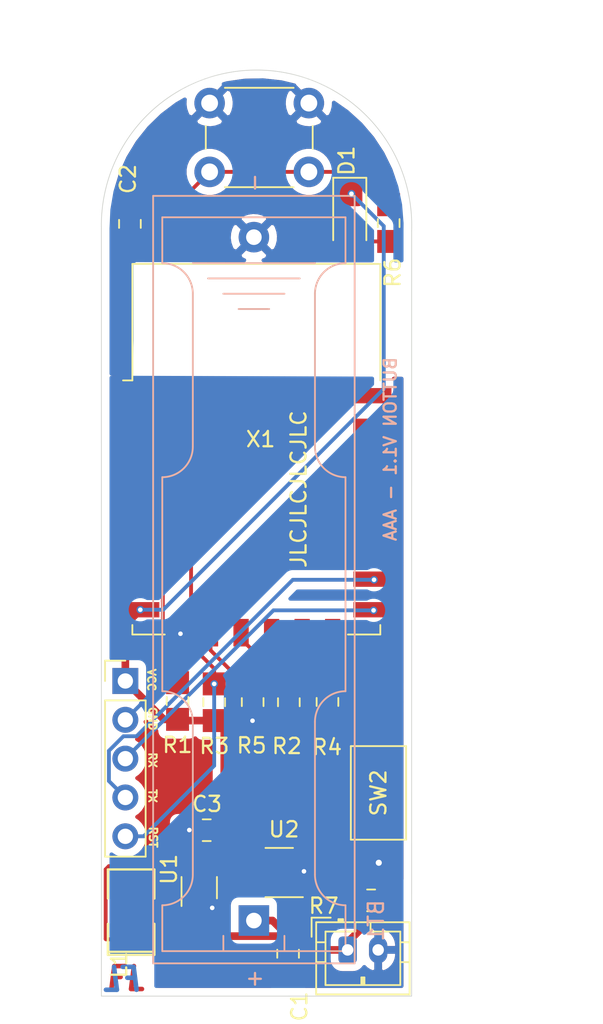
<source format=kicad_pcb>
(kicad_pcb (version 20171130) (host pcbnew "(5.1.9)-1")

  (general
    (thickness 1.6)
    (drawings 16)
    (tracks 121)
    (zones 0)
    (modules 20)
    (nets 14)
  )

  (page A4)
  (layers
    (0 F.Cu signal)
    (31 B.Cu signal)
    (32 B.Adhes user)
    (33 F.Adhes user)
    (34 B.Paste user)
    (35 F.Paste user)
    (36 B.SilkS user)
    (37 F.SilkS user)
    (38 B.Mask user)
    (39 F.Mask user)
    (40 Dwgs.User user)
    (41 Cmts.User user)
    (42 Eco1.User user)
    (43 Eco2.User user)
    (44 Edge.Cuts user)
    (45 Margin user)
    (46 B.CrtYd user hide)
    (47 F.CrtYd user)
    (48 B.Fab user hide)
    (49 F.Fab user)
  )

  (setup
    (last_trace_width 0.25)
    (user_trace_width 0.5)
    (trace_clearance 0.1)
    (zone_clearance 0.508)
    (zone_45_only no)
    (trace_min 0.2)
    (via_size 0.8)
    (via_drill 0.4)
    (via_min_size 0.4)
    (via_min_drill 0.3)
    (user_via 0.5 0.3)
    (uvia_size 0.3)
    (uvia_drill 0.1)
    (uvias_allowed no)
    (uvia_min_size 0.2)
    (uvia_min_drill 0.1)
    (edge_width 0.05)
    (segment_width 0.2)
    (pcb_text_width 0.3)
    (pcb_text_size 1.5 1.5)
    (mod_edge_width 0.12)
    (mod_text_size 1 1)
    (mod_text_width 0.15)
    (pad_size 1.524 1.524)
    (pad_drill 0.762)
    (pad_to_mask_clearance 0.051)
    (solder_mask_min_width 0.25)
    (aux_axis_origin 0 0)
    (visible_elements 7FFFFFFF)
    (pcbplotparams
      (layerselection 0x010fc_ffffffff)
      (usegerberextensions false)
      (usegerberattributes false)
      (usegerberadvancedattributes false)
      (creategerberjobfile false)
      (excludeedgelayer true)
      (linewidth 0.100000)
      (plotframeref false)
      (viasonmask false)
      (mode 1)
      (useauxorigin false)
      (hpglpennumber 1)
      (hpglpenspeed 20)
      (hpglpendiameter 15.000000)
      (psnegative false)
      (psa4output false)
      (plotreference true)
      (plotvalue true)
      (plotinvisibletext false)
      (padsonsilk false)
      (subtractmaskfromsilk false)
      (outputformat 1)
      (mirror false)
      (drillshape 0)
      (scaleselection 1)
      (outputdirectory "Gerber/"))
  )

  (net 0 "")
  (net 1 /VCC)
  (net 2 /GND)
  (net 3 /RST)
  (net 4 "Net-(D1-Pad2)")
  (net 5 /RX)
  (net 6 /TX)
  (net 7 /EN)
  (net 8 /GPIO2)
  (net 9 /GPIO0)
  (net 10 "Net-(BT1-Pad1)")
  (net 11 "Net-(L1-Pad2)")
  (net 12 /GPIO15)
  (net 13 "Net-(R7-Pad2)")

  (net_class Default "This is the default net class."
    (clearance 0.1)
    (trace_width 0.25)
    (via_dia 0.8)
    (via_drill 0.4)
    (uvia_dia 0.3)
    (uvia_drill 0.1)
    (add_net /EN)
    (add_net /GND)
    (add_net /GPIO0)
    (add_net /GPIO15)
    (add_net /GPIO2)
    (add_net /RST)
    (add_net /RX)
    (add_net /TX)
    (add_net /VCC)
    (add_net "Net-(BT1-Pad1)")
    (add_net "Net-(D1-Pad2)")
    (add_net "Net-(L1-Pad2)")
    (add_net "Net-(R7-Pad2)")
  )

  (module handsolder:SMD-1210_Pol_inductor (layer F.Cu) (tedit 592F1991) (tstamp 602DB575)
    (at 118.75 108.02 90)
    (tags "CMS SM")
    (path /602E234D)
    (attr smd)
    (fp_text reference L1 (at -3.45 -0.78 90) (layer F.SilkS)
      (effects (font (size 1 1) (thickness 0.15)))
    )
    (fp_text value "4.7 uH" (at 0 2.28 90) (layer F.Fab)
      (effects (font (size 1 1) (thickness 0.15)))
    )
    (fp_line (start -2.794 1.524) (end -0.762 1.524) (layer F.SilkS) (width 0.15))
    (fp_line (start -2.594 -1.524) (end -2.594 1.524) (layer F.SilkS) (width 0.15))
    (fp_line (start -0.762 -1.524) (end -2.794 -1.524) (layer F.SilkS) (width 0.15))
    (fp_line (start 2.794 -1.524) (end 0.889 -1.524) (layer F.SilkS) (width 0.15))
    (fp_line (start 2.794 1.524) (end 2.794 -1.524) (layer F.SilkS) (width 0.15))
    (fp_line (start 0.889 1.524) (end 2.794 1.524) (layer F.SilkS) (width 0.15))
    (fp_line (start -2.794 -1.524) (end -2.794 1.524) (layer F.SilkS) (width 0.15))
    (fp_text user %R (at 0 0 90) (layer F.Fab)
      (effects (font (size 0.8 0.8) (thickness 0.12)))
    )
    (pad 1 smd rect (at -1.778 0 90) (size 1.778 2.794) (layers F.Cu F.Paste F.Mask)
      (net 10 "Net-(BT1-Pad1)") (zone_connect 2))
    (pad 2 smd rect (at 1.778 0 90) (size 1.778 2.794) (layers F.Cu F.Paste F.Mask)
      (net 11 "Net-(L1-Pad2)"))
    (model SMD_Packages.3dshapes/SMD-1210_Pol.wrl
      (at (xyz 0 0 0))
      (scale (xyz 0.2 0.2 0.2))
      (rotate (xyz 0 0 0))
    )
  )

  (module Connector_PinHeader_2.54mm:PinHeader_1x05_P2.54mm_Vertical (layer F.Cu) (tedit 59FED5CC) (tstamp 602FA27E)
    (at 118.37 92.9)
    (descr "Through hole straight pin header, 1x05, 2.54mm pitch, single row")
    (tags "Through hole pin header THT 1x05 2.54mm single row")
    (path /60301345)
    (fp_text reference J1 (at 0 -2.33) (layer F.SilkS) hide
      (effects (font (size 1 1) (thickness 0.15)))
    )
    (fp_text value Conn_01x05_Female (at 0 12.49) (layer F.Fab)
      (effects (font (size 1 1) (thickness 0.15)))
    )
    (fp_line (start -0.635 -1.27) (end 1.27 -1.27) (layer F.Fab) (width 0.1))
    (fp_line (start 1.27 -1.27) (end 1.27 11.43) (layer F.Fab) (width 0.1))
    (fp_line (start 1.27 11.43) (end -1.27 11.43) (layer F.Fab) (width 0.1))
    (fp_line (start -1.27 11.43) (end -1.27 -0.635) (layer F.Fab) (width 0.1))
    (fp_line (start -1.27 -0.635) (end -0.635 -1.27) (layer F.Fab) (width 0.1))
    (fp_line (start -1.33 11.49) (end 1.33 11.49) (layer F.SilkS) (width 0.12))
    (fp_line (start -1.33 1.27) (end -1.33 11.49) (layer F.SilkS) (width 0.12))
    (fp_line (start 1.33 1.27) (end 1.33 11.49) (layer F.SilkS) (width 0.12))
    (fp_line (start -1.33 1.27) (end 1.33 1.27) (layer F.SilkS) (width 0.12))
    (fp_line (start -1.33 0) (end -1.33 -1.33) (layer F.SilkS) (width 0.12))
    (fp_line (start -1.33 -1.33) (end 0 -1.33) (layer F.SilkS) (width 0.12))
    (fp_line (start -1.8 -1.8) (end -1.8 11.95) (layer F.CrtYd) (width 0.05))
    (fp_line (start -1.8 11.95) (end 1.8 11.95) (layer F.CrtYd) (width 0.05))
    (fp_line (start 1.8 11.95) (end 1.8 -1.8) (layer F.CrtYd) (width 0.05))
    (fp_line (start 1.8 -1.8) (end -1.8 -1.8) (layer F.CrtYd) (width 0.05))
    (fp_text user %R (at 0 5.08 90) (layer F.Fab)
      (effects (font (size 1 1) (thickness 0.15)))
    )
    (pad 5 thru_hole oval (at 0 10.16) (size 1.7 1.7) (drill 1) (layers *.Cu *.Mask)
      (net 3 /RST))
    (pad 4 thru_hole oval (at 0 7.62) (size 1.7 1.7) (drill 1) (layers *.Cu *.Mask)
      (net 6 /TX))
    (pad 3 thru_hole oval (at 0 5.08) (size 1.7 1.7) (drill 1) (layers *.Cu *.Mask)
      (net 5 /RX))
    (pad 2 thru_hole oval (at 0 2.54) (size 1.7 1.7) (drill 1) (layers *.Cu *.Mask)
      (net 2 /GND))
    (pad 1 thru_hole rect (at 0 0) (size 1.7 1.7) (drill 1) (layers *.Cu *.Mask)
      (net 1 /VCC))
    (model ${KISYS3DMOD}/Connector_PinHeader_2.54mm.3dshapes/PinHeader_1x05_P2.54mm_Vertical.wrl
      (at (xyz 0 0 0))
      (scale (xyz 1 1 1))
      (rotate (xyz 0 0 0))
    )
  )

  (module Battery:BatteryHolder_Keystone_2466_1xAAA (layer B.Cu) (tedit 5B254C39) (tstamp 602DB505)
    (at 126.79 108.57 90)
    (descr "1xAAA Battery Holder, Keystone, Plastic Case, http://www.keyelco.com/product-pdf.cfm?p=1031")
    (tags "AAA battery holder Keystone")
    (path /602C3B33)
    (fp_text reference BT1 (at 0 8 -90) (layer B.SilkS)
      (effects (font (size 1 1) (thickness 0.15)) (justify mirror))
    )
    (fp_text value Battery_Cell (at 22 0 90) (layer B.Fab)
      (effects (font (size 1 1) (thickness 0.15)) (justify mirror))
    )
    (fp_line (start 47.8 -7) (end 47.8 7) (layer B.CrtYd) (width 0.05))
    (fp_line (start -3.2 -7) (end 47.8 -7) (layer B.CrtYd) (width 0.05))
    (fp_line (start -3.2 7) (end -3.2 -7) (layer B.CrtYd) (width 0.05))
    (fp_line (start 47.8 7) (end -3.2 7) (layer B.CrtYd) (width 0.05))
    (fp_line (start 47.4 -6.6) (end 47.4 6.6) (layer B.SilkS) (width 0.12))
    (fp_line (start -2.8 -6.6) (end 47.4 -6.6) (layer B.SilkS) (width 0.12))
    (fp_line (start -2.8 6.6) (end -2.8 -6.6) (layer B.SilkS) (width 0.12))
    (fp_line (start 47.4 6.6) (end -2.8 6.6) (layer B.SilkS) (width 0.12))
    (fp_line (start 40 1) (end 40 -1) (layer B.SilkS) (width 0.12))
    (fp_line (start 41 2) (end 41 -2) (layer B.SilkS) (width 0.12))
    (fp_line (start 42 -3) (end 42 3) (layer B.SilkS) (width 0.12))
    (fp_line (start 43 4) (end 43 -4) (layer B.SilkS) (width 0.12))
    (fp_line (start -2 2) (end -1 2) (layer B.SilkS) (width 0.12))
    (fp_line (start -1 -2) (end -2 -2) (layer B.SilkS) (width 0.12))
    (fp_line (start 15 -6) (end 29 -6) (layer B.SilkS) (width 0.12))
    (fp_line (start 29 6) (end 15 6) (layer B.SilkS) (width 0.12))
    (fp_line (start 3 -4) (end 13 -4) (layer B.SilkS) (width 0.12))
    (fp_line (start 3 4) (end 13 4) (layer B.SilkS) (width 0.12))
    (fp_line (start 41 4) (end 31 4) (layer B.SilkS) (width 0.12))
    (fp_line (start 41 -4) (end 31 -4) (layer B.SilkS) (width 0.12))
    (fp_line (start -2 6) (end 1 6) (layer B.SilkS) (width 0.12))
    (fp_line (start -2 6) (end -2 -6) (layer B.SilkS) (width 0.12))
    (fp_line (start -2 -6) (end 1 -6) (layer B.SilkS) (width 0.12))
    (fp_line (start 46 6) (end 43 6) (layer B.SilkS) (width 0.12))
    (fp_line (start 46 6) (end 46 -6) (layer B.SilkS) (width 0.12))
    (fp_line (start 46 -6) (end 43 -6) (layer B.SilkS) (width 0.12))
    (fp_line (start -2.7 0) (end -2.7 6.5) (layer B.Fab) (width 0.1))
    (fp_line (start -2.7 6.5) (end 47.3 6.5) (layer B.Fab) (width 0.1))
    (fp_line (start 47.3 6.5) (end 47.3 -6.5) (layer B.Fab) (width 0.1))
    (fp_line (start 47.3 -6.5) (end -2.7 -6.5) (layer B.Fab) (width 0.1))
    (fp_line (start -2.7 -6.5) (end -2.7 0) (layer B.Fab) (width 0.1))
    (fp_arc (start 3 6) (end 3 4) (angle -90) (layer B.SilkS) (width 0.12))
    (fp_arc (start 41 6) (end 43 6) (angle -90) (layer B.SilkS) (width 0.12))
    (fp_arc (start 41 -6) (end 41 -4) (angle -90) (layer B.SilkS) (width 0.12))
    (fp_arc (start 3 -6) (end 1 -6) (angle -90) (layer B.SilkS) (width 0.12))
    (fp_arc (start 31 -6) (end 29 -6) (angle -90) (layer B.SilkS) (width 0.12))
    (fp_arc (start 13 -6) (end 13 -4) (angle -90) (layer B.SilkS) (width 0.12))
    (fp_arc (start 13 6) (end 15 6) (angle -90) (layer B.SilkS) (width 0.12))
    (fp_arc (start 31 6) (end 31 4) (angle -90) (layer B.SilkS) (width 0.12))
    (fp_text user %R (at 0 0 90) (layer B.Fab)
      (effects (font (size 1 1) (thickness 0.15)) (justify mirror))
    )
    (fp_text user + (at -3.81 0 90) (layer B.SilkS)
      (effects (font (size 1 1) (thickness 0.15)) (justify mirror))
    )
    (fp_text user - (at 48.26 0 90) (layer B.SilkS)
      (effects (font (size 1 1) (thickness 0.15)) (justify mirror))
    )
    (pad 2 thru_hole circle (at 44.7 0 90) (size 2 2) (drill 1.02) (layers *.Cu *.Mask)
      (net 2 /GND))
    (pad 1 thru_hole rect (at 0 0 90) (size 2 2) (drill 1.02) (layers *.Cu *.Mask)
      (net 10 "Net-(BT1-Pad1)"))
    (model ${KISYS3DMOD}/Battery.3dshapes/BatteryHolder_Keystone_2466_1xAAA.wrl
      (at (xyz 0 0 0))
      (scale (xyz 1 1 1))
      (rotate (xyz 0 0 0))
    )
  )

  (module handsolder:SOT-23-5_HandSolderingmod (layer F.Cu) (tedit 60023824) (tstamp 602E9ADE)
    (at 128.45 105.43 180)
    (descr "5-pin SOT23 package")
    (tags "SOT-23-5 hand-soldering")
    (path /602F5FBE)
    (attr smd)
    (fp_text reference U2 (at -0.31 2.82) (layer F.SilkS)
      (effects (font (size 1 1) (thickness 0.15)))
    )
    (fp_text value AP2112K-3.3 (at 10.287 1.143) (layer F.SilkS) hide
      (effects (font (size 1 1) (thickness 0.15)))
    )
    (fp_line (start -0.9 1.61) (end 0.9 1.61) (layer F.SilkS) (width 0.12))
    (fp_line (start 0.9 -1.61) (end -1.55 -1.61) (layer F.SilkS) (width 0.12))
    (fp_line (start -0.9 -0.9) (end -0.25 -1.55) (layer F.Fab) (width 0.1))
    (fp_line (start 0.9 -1.55) (end -0.25 -1.55) (layer F.Fab) (width 0.1))
    (fp_line (start -0.9 -0.9) (end -0.9 1.55) (layer F.Fab) (width 0.1))
    (fp_line (start 0.9 1.55) (end -0.9 1.55) (layer F.Fab) (width 0.1))
    (fp_line (start 0.9 -1.55) (end 0.9 1.55) (layer F.Fab) (width 0.1))
    (fp_line (start -2.38 -1.8) (end 2.38 -1.8) (layer F.CrtYd) (width 0.05))
    (fp_line (start -2.38 -1.8) (end -2.38 1.8) (layer F.CrtYd) (width 0.05))
    (fp_line (start 2.38 1.8) (end 2.38 -1.8) (layer F.CrtYd) (width 0.05))
    (fp_line (start 2.38 1.8) (end -2.38 1.8) (layer F.CrtYd) (width 0.05))
    (fp_text user %R (at 0 0 90) (layer F.Fab)
      (effects (font (size 0.5 0.5) (thickness 0.075)))
    )
    (pad 5 smd rect (at 1.5 -0.95 180) (size 2 0.65) (layers F.Cu F.Paste F.Mask)
      (net 1 /VCC))
    (pad 4 smd rect (at 1.5 0.95 180) (size 2 0.65) (layers F.Cu F.Paste F.Mask))
    (pad 3 smd rect (at -1.55 0.95 180) (size 2 0.65) (layers F.Cu F.Paste F.Mask)
      (net 13 "Net-(R7-Pad2)"))
    (pad 2 smd trapezoid (at -1.55 0 180) (size 2 0.65) (layers F.Cu F.Paste F.Mask)
      (net 2 /GND))
    (pad 1 smd rect (at -1.55 -0.95 180) (size 2 0.65) (layers F.Cu F.Paste F.Mask)
      (net 10 "Net-(BT1-Pad1)"))
    (model ${KISYS3DMOD}/Package_TO_SOT_SMD.3dshapes/SOT-23-5.wrl
      (at (xyz 0 0 0))
      (scale (xyz 1 1 1))
      (rotate (xyz 0 0 0))
    )
  )

  (module handsolder:R_0805_2012handsoldermod (layer F.Cu) (tedit 60004565) (tstamp 602E9A2F)
    (at 134.47 107.25 180)
    (descr "Resistor SMD 0805 (2012 Metric), square (rectangular) end terminal, IPC_7351 nominal with elongated pad for handsoldering. (Body size source: https://docs.google.com/spreadsheets/d/1BsfQQcO9C6DZCsRaXUlFlo91Tg2WpOkGARC1WS5S8t0/edit?usp=sharing), generated with kicad-footprint-generator")
    (tags "resistor handsolder")
    (path /602F7A06)
    (attr smd)
    (fp_text reference R7 (at 3.11 -0.36 180) (layer F.SilkS)
      (effects (font (size 1 1) (thickness 0.15)))
    )
    (fp_text value 10k (at 0 1.65) (layer F.Fab) hide
      (effects (font (size 1 1) (thickness 0.15)))
    )
    (fp_line (start -1 0.6) (end -1 -0.6) (layer F.Fab) (width 0.1))
    (fp_line (start -1 -0.6) (end 1 -0.6) (layer F.Fab) (width 0.1))
    (fp_line (start 1 -0.6) (end 1 0.6) (layer F.Fab) (width 0.1))
    (fp_line (start 1 0.6) (end -1 0.6) (layer F.Fab) (width 0.1))
    (fp_line (start -0.261252 -0.71) (end 0.261252 -0.71) (layer F.SilkS) (width 0.12))
    (fp_line (start -0.261252 0.71) (end 0.261252 0.71) (layer F.SilkS) (width 0.12))
    (fp_line (start -2.05 0.95) (end -2.05 -0.95) (layer F.CrtYd) (width 0.05))
    (fp_line (start -2.05 -0.95) (end 2.05 -0.95) (layer F.CrtYd) (width 0.05))
    (fp_line (start 2.05 -0.95) (end 2.05 0.95) (layer F.CrtYd) (width 0.05))
    (fp_line (start 2.05 0.95) (end -2.05 0.95) (layer F.CrtYd) (width 0.05))
    (fp_text user %R (at 0 0) (layer F.Fab)
      (effects (font (size 0.5 0.5) (thickness 0.08)))
    )
    (pad 2 smd rect (at 1.2 0 180) (size 1.5 1.5) (layers F.Cu F.Paste F.Mask)
      (net 13 "Net-(R7-Pad2)"))
    (pad 1 smd rect (at -1.2 0 180) (size 1.5 1.5) (layers F.Cu F.Paste F.Mask)
      (net 10 "Net-(BT1-Pad1)"))
    (model ${KISYS3DMOD}/Resistor_SMD.3dshapes/R_0805_2012Metric.wrl
      (at (xyz 0 0 0))
      (scale (xyz 1 1 1))
      (rotate (xyz 0 0 0))
    )
  )

  (module Connector_JST:JST_PH_B2B-PH-K_1x02_P2.00mm_Vertical (layer F.Cu) (tedit 5B7745C2) (tstamp 602E9854)
    (at 132.93 110.49)
    (descr "JST PH series connector, B2B-PH-K (http://www.jst-mfg.com/product/pdf/eng/ePH.pdf), generated with kicad-footprint-generator")
    (tags "connector JST PH side entry")
    (path /602FBA1B)
    (fp_text reference BT2 (at 1 -2.9) (layer F.SilkS) hide
      (effects (font (size 1 1) (thickness 0.15)))
    )
    (fp_text value Battery_Cell (at 1 4) (layer F.Fab)
      (effects (font (size 1 1) (thickness 0.15)))
    )
    (fp_line (start -2.06 -1.81) (end -2.06 2.91) (layer F.SilkS) (width 0.12))
    (fp_line (start -2.06 2.91) (end 4.06 2.91) (layer F.SilkS) (width 0.12))
    (fp_line (start 4.06 2.91) (end 4.06 -1.81) (layer F.SilkS) (width 0.12))
    (fp_line (start 4.06 -1.81) (end -2.06 -1.81) (layer F.SilkS) (width 0.12))
    (fp_line (start -0.3 -1.81) (end -0.3 -2.01) (layer F.SilkS) (width 0.12))
    (fp_line (start -0.3 -2.01) (end -0.6 -2.01) (layer F.SilkS) (width 0.12))
    (fp_line (start -0.6 -2.01) (end -0.6 -1.81) (layer F.SilkS) (width 0.12))
    (fp_line (start -0.3 -1.91) (end -0.6 -1.91) (layer F.SilkS) (width 0.12))
    (fp_line (start 0.5 -1.81) (end 0.5 -1.2) (layer F.SilkS) (width 0.12))
    (fp_line (start 0.5 -1.2) (end -1.45 -1.2) (layer F.SilkS) (width 0.12))
    (fp_line (start -1.45 -1.2) (end -1.45 2.3) (layer F.SilkS) (width 0.12))
    (fp_line (start -1.45 2.3) (end 3.45 2.3) (layer F.SilkS) (width 0.12))
    (fp_line (start 3.45 2.3) (end 3.45 -1.2) (layer F.SilkS) (width 0.12))
    (fp_line (start 3.45 -1.2) (end 1.5 -1.2) (layer F.SilkS) (width 0.12))
    (fp_line (start 1.5 -1.2) (end 1.5 -1.81) (layer F.SilkS) (width 0.12))
    (fp_line (start -2.06 -0.5) (end -1.45 -0.5) (layer F.SilkS) (width 0.12))
    (fp_line (start -2.06 0.8) (end -1.45 0.8) (layer F.SilkS) (width 0.12))
    (fp_line (start 4.06 -0.5) (end 3.45 -0.5) (layer F.SilkS) (width 0.12))
    (fp_line (start 4.06 0.8) (end 3.45 0.8) (layer F.SilkS) (width 0.12))
    (fp_line (start 0.9 2.3) (end 0.9 1.8) (layer F.SilkS) (width 0.12))
    (fp_line (start 0.9 1.8) (end 1.1 1.8) (layer F.SilkS) (width 0.12))
    (fp_line (start 1.1 1.8) (end 1.1 2.3) (layer F.SilkS) (width 0.12))
    (fp_line (start 1 2.3) (end 1 1.8) (layer F.SilkS) (width 0.12))
    (fp_line (start -1.11 -2.11) (end -2.36 -2.11) (layer F.SilkS) (width 0.12))
    (fp_line (start -2.36 -2.11) (end -2.36 -0.86) (layer F.SilkS) (width 0.12))
    (fp_line (start -1.11 -2.11) (end -2.36 -2.11) (layer F.Fab) (width 0.1))
    (fp_line (start -2.36 -2.11) (end -2.36 -0.86) (layer F.Fab) (width 0.1))
    (fp_line (start -1.95 -1.7) (end -1.95 2.8) (layer F.Fab) (width 0.1))
    (fp_line (start -1.95 2.8) (end 3.95 2.8) (layer F.Fab) (width 0.1))
    (fp_line (start 3.95 2.8) (end 3.95 -1.7) (layer F.Fab) (width 0.1))
    (fp_line (start 3.95 -1.7) (end -1.95 -1.7) (layer F.Fab) (width 0.1))
    (fp_line (start -2.45 -2.2) (end -2.45 3.3) (layer F.CrtYd) (width 0.05))
    (fp_line (start -2.45 3.3) (end 4.45 3.3) (layer F.CrtYd) (width 0.05))
    (fp_line (start 4.45 3.3) (end 4.45 -2.2) (layer F.CrtYd) (width 0.05))
    (fp_line (start 4.45 -2.2) (end -2.45 -2.2) (layer F.CrtYd) (width 0.05))
    (fp_text user %R (at 1 1.5) (layer F.Fab)
      (effects (font (size 1 1) (thickness 0.15)))
    )
    (pad 2 thru_hole oval (at 2 0) (size 1.2 1.75) (drill 0.75) (layers *.Cu *.Mask)
      (net 2 /GND))
    (pad 1 thru_hole roundrect (at 0 0) (size 1.2 1.75) (drill 0.75) (layers *.Cu *.Mask) (roundrect_rratio 0.208333)
      (net 10 "Net-(BT1-Pad1)"))
    (model ${KISYS3DMOD}/Connector_JST.3dshapes/JST_PH_B2B-PH-K_1x02_P2.00mm_Vertical.wrl
      (at (xyz 0 0 0))
      (scale (xyz 1 1 1))
      (rotate (xyz 0 0 0))
    )
  )

  (module LED_SMD:LED_1206_3216Metric_Castellated (layer F.Cu) (tedit 5B301BBE) (tstamp 602DB54A)
    (at 133.07 62.47 270)
    (descr "LED SMD 1206 (3216 Metric), castellated end terminal, IPC_7351 nominal, (Body size source: http://www.tortai-tech.com/upload/download/2011102023233369053.pdf), generated with kicad-footprint-generator")
    (tags "LED castellated")
    (path /602D28D1)
    (attr smd)
    (fp_text reference D1 (at -3.6 0.21 90) (layer F.SilkS)
      (effects (font (size 1 1) (thickness 0.15)))
    )
    (fp_text value LED (at 0 1.78 90) (layer F.Fab)
      (effects (font (size 1 1) (thickness 0.15)))
    )
    (fp_line (start 1.6 -0.8) (end -1.2 -0.8) (layer F.Fab) (width 0.1))
    (fp_line (start -1.2 -0.8) (end -1.6 -0.4) (layer F.Fab) (width 0.1))
    (fp_line (start -1.6 -0.4) (end -1.6 0.8) (layer F.Fab) (width 0.1))
    (fp_line (start -1.6 0.8) (end 1.6 0.8) (layer F.Fab) (width 0.1))
    (fp_line (start 1.6 0.8) (end 1.6 -0.8) (layer F.Fab) (width 0.1))
    (fp_line (start 1.6 -1.085) (end -2.485 -1.085) (layer F.SilkS) (width 0.12))
    (fp_line (start -2.485 -1.085) (end -2.485 1.085) (layer F.SilkS) (width 0.12))
    (fp_line (start -2.485 1.085) (end 1.6 1.085) (layer F.SilkS) (width 0.12))
    (fp_line (start -2.48 1.08) (end -2.48 -1.08) (layer F.CrtYd) (width 0.05))
    (fp_line (start -2.48 -1.08) (end 2.48 -1.08) (layer F.CrtYd) (width 0.05))
    (fp_line (start 2.48 -1.08) (end 2.48 1.08) (layer F.CrtYd) (width 0.05))
    (fp_line (start 2.48 1.08) (end -2.48 1.08) (layer F.CrtYd) (width 0.05))
    (fp_text user %R (at 0 0 90) (layer F.Fab)
      (effects (font (size 0.8 0.8) (thickness 0.12)))
    )
    (pad 2 smd roundrect (at 1.425 0 270) (size 1.6 1.65) (layers F.Cu F.Paste F.Mask) (roundrect_rratio 0.15625)
      (net 4 "Net-(D1-Pad2)"))
    (pad 1 smd roundrect (at -1.425 0 270) (size 1.6 1.65) (layers F.Cu F.Paste F.Mask) (roundrect_rratio 0.15625)
      (net 1 /VCC))
    (model ${KISYS3DMOD}/LED_SMD.3dshapes/LED_1206_3216Metric_Castellated.wrl
      (at (xyz 0 0 0))
      (scale (xyz 1 1 1))
      (rotate (xyz 0 0 0))
    )
  )

  (module RF_Module:ESP-12E (layer F.Cu) (tedit 5A030172) (tstamp 602DB666)
    (at 126.95 77.74)
    (descr "Wi-Fi Module, http://wiki.ai-thinker.com/_media/esp8266/docs/aithinker_esp_12f_datasheet_en.pdf")
    (tags "Wi-Fi Module")
    (path /602C0443)
    (attr smd)
    (fp_text reference X1 (at 0.28 -0.65) (layer F.SilkS)
      (effects (font (size 1 1) (thickness 0.15)))
    )
    (fp_text value ESP-12E (at -0.06 -12.78) (layer F.Fab)
      (effects (font (size 1 1) (thickness 0.15)))
    )
    (fp_line (start -8 -12) (end 8 -12) (layer F.Fab) (width 0.12))
    (fp_line (start 8 -12) (end 8 12) (layer F.Fab) (width 0.12))
    (fp_line (start 8 12) (end -8 12) (layer F.Fab) (width 0.12))
    (fp_line (start -8 12) (end -8 -3) (layer F.Fab) (width 0.12))
    (fp_line (start -8 -3) (end -7.5 -3.5) (layer F.Fab) (width 0.12))
    (fp_line (start -7.5 -3.5) (end -8 -4) (layer F.Fab) (width 0.12))
    (fp_line (start -8 -4) (end -8 -12) (layer F.Fab) (width 0.12))
    (fp_line (start -9.05 -12.2) (end 9.05 -12.2) (layer F.CrtYd) (width 0.05))
    (fp_line (start 9.05 -12.2) (end 9.05 13.1) (layer F.CrtYd) (width 0.05))
    (fp_line (start 9.05 13.1) (end -9.05 13.1) (layer F.CrtYd) (width 0.05))
    (fp_line (start -9.05 13.1) (end -9.05 -12.2) (layer F.CrtYd) (width 0.05))
    (fp_line (start -8.12 -12.12) (end 8.12 -12.12) (layer F.SilkS) (width 0.12))
    (fp_line (start 8.12 -12.12) (end 8.12 -4.5) (layer F.SilkS) (width 0.12))
    (fp_line (start 8.12 11.5) (end 8.12 12.12) (layer F.SilkS) (width 0.12))
    (fp_line (start 8.12 12.12) (end 6 12.12) (layer F.SilkS) (width 0.12))
    (fp_line (start -6 12.12) (end -8.12 12.12) (layer F.SilkS) (width 0.12))
    (fp_line (start -8.12 12.12) (end -8.12 11.5) (layer F.SilkS) (width 0.12))
    (fp_line (start -8.12 -4.5) (end -8.12 -12.12) (layer F.SilkS) (width 0.12))
    (fp_line (start -8.12 -4.5) (end -8.73 -4.5) (layer F.SilkS) (width 0.12))
    (fp_line (start -8.12 -12.12) (end 8.12 -12.12) (layer Dwgs.User) (width 0.12))
    (fp_line (start 8.12 -12.12) (end 8.12 -4.8) (layer Dwgs.User) (width 0.12))
    (fp_line (start 8.12 -4.8) (end -8.12 -4.8) (layer Dwgs.User) (width 0.12))
    (fp_line (start -8.12 -4.8) (end -8.12 -12.12) (layer Dwgs.User) (width 0.12))
    (fp_line (start -8.12 -9.12) (end -5.12 -12.12) (layer Dwgs.User) (width 0.12))
    (fp_line (start -8.12 -6.12) (end -2.12 -12.12) (layer Dwgs.User) (width 0.12))
    (fp_line (start -6.44 -4.8) (end 0.88 -12.12) (layer Dwgs.User) (width 0.12))
    (fp_line (start -3.44 -4.8) (end 3.88 -12.12) (layer Dwgs.User) (width 0.12))
    (fp_line (start -0.44 -4.8) (end 6.88 -12.12) (layer Dwgs.User) (width 0.12))
    (fp_line (start 2.56 -4.8) (end 8.12 -10.36) (layer Dwgs.User) (width 0.12))
    (fp_line (start 5.56 -4.8) (end 8.12 -7.36) (layer Dwgs.User) (width 0.12))
    (fp_text user %R (at 0.49 -0.8) (layer F.Fab)
      (effects (font (size 1 1) (thickness 0.15)))
    )
    (fp_text user "KEEP-OUT ZONE" (at 0.03 -9.55 180) (layer Cmts.User)
      (effects (font (size 1 1) (thickness 0.15)))
    )
    (fp_text user Antenna (at -0.06 -7 180) (layer Cmts.User)
      (effects (font (size 1 1) (thickness 0.15)))
    )
    (pad 22 smd rect (at 7.6 -3.5) (size 2.5 1) (layers F.Cu F.Paste F.Mask))
    (pad 21 smd rect (at 7.6 -1.5) (size 2.5 1) (layers F.Cu F.Paste F.Mask))
    (pad 20 smd rect (at 7.6 0.5) (size 2.5 1) (layers F.Cu F.Paste F.Mask))
    (pad 19 smd rect (at 7.6 2.5) (size 2.5 1) (layers F.Cu F.Paste F.Mask))
    (pad 18 smd rect (at 7.6 4.5) (size 2.5 1) (layers F.Cu F.Paste F.Mask))
    (pad 17 smd rect (at 7.6 6.5) (size 2.5 1) (layers F.Cu F.Paste F.Mask))
    (pad 16 smd rect (at 7.6 8.5) (size 2.5 1) (layers F.Cu F.Paste F.Mask)
      (net 6 /TX))
    (pad 15 smd rect (at 7.6 10.5) (size 2.5 1) (layers F.Cu F.Paste F.Mask)
      (net 5 /RX))
    (pad 14 smd rect (at 5 12) (size 1 1.8) (layers F.Cu F.Paste F.Mask))
    (pad 13 smd rect (at 3 12) (size 1 1.8) (layers F.Cu F.Paste F.Mask))
    (pad 12 smd rect (at 1 12) (size 1 1.8) (layers F.Cu F.Paste F.Mask)
      (net 9 /GPIO0))
    (pad 11 smd rect (at -1 12) (size 1 1.8) (layers F.Cu F.Paste F.Mask)
      (net 8 /GPIO2))
    (pad 10 smd rect (at -3 12) (size 1 1.8) (layers F.Cu F.Paste F.Mask)
      (net 12 /GPIO15))
    (pad 9 smd rect (at -5 12) (size 1 1.8) (layers F.Cu F.Paste F.Mask)
      (net 2 /GND))
    (pad 8 smd rect (at -7.6 10.5) (size 2.5 1) (layers F.Cu F.Paste F.Mask)
      (net 1 /VCC))
    (pad 7 smd rect (at -7.6 8.5) (size 2.5 1) (layers F.Cu F.Paste F.Mask))
    (pad 6 smd rect (at -7.6 6.5) (size 2.5 1) (layers F.Cu F.Paste F.Mask))
    (pad 5 smd rect (at -7.6 4.5) (size 2.5 1) (layers F.Cu F.Paste F.Mask))
    (pad 4 smd rect (at -7.6 2.5) (size 2.5 1) (layers F.Cu F.Paste F.Mask))
    (pad 3 smd rect (at -7.6 0.5) (size 2.5 1) (layers F.Cu F.Paste F.Mask)
      (net 7 /EN))
    (pad 2 smd rect (at -7.6 -1.5) (size 2.5 1) (layers F.Cu F.Paste F.Mask))
    (pad 1 smd rect (at -7.6 -3.5) (size 2.5 1) (layers F.Cu F.Paste F.Mask)
      (net 3 /RST))
    (model ${KISYS3DMOD}/RF_Module.3dshapes/ESP-12E.wrl
      (at (xyz 0 0 0))
      (scale (xyz 1 1 1))
      (rotate (xyz 0 0 0))
    )
  )

  (module handsolder:SOT-363_SC-70-6_Handsoldering (layer F.Cu) (tedit 592F19A3) (tstamp 602DB62B)
    (at 123.21 106.42 90)
    (descr "SOT-363, SC-70-6, Handsoldering")
    (tags "SOT-363 SC-70-6 Handsoldering")
    (path /602DB147)
    (attr smd)
    (fp_text reference U1 (at 1.2 -1.98 90) (layer F.SilkS)
      (effects (font (size 1 1) (thickness 0.15)))
    )
    (fp_text value TLV61224 (at 0 2 270) (layer F.Fab)
      (effects (font (size 1 1) (thickness 0.15)))
    )
    (fp_line (start -0.175 -1.1) (end -0.675 -0.6) (layer F.Fab) (width 0.1))
    (fp_line (start 0.675 1.1) (end -0.675 1.1) (layer F.Fab) (width 0.1))
    (fp_line (start 0.675 -1.1) (end 0.675 1.1) (layer F.Fab) (width 0.1))
    (fp_line (start -0.675 -0.6) (end -0.675 1.1) (layer F.Fab) (width 0.1))
    (fp_line (start 0.675 -1.1) (end -0.175 -1.1) (layer F.Fab) (width 0.1))
    (fp_line (start -2.4 -1.4) (end 2.4 -1.4) (layer F.CrtYd) (width 0.05))
    (fp_line (start -2.4 -1.4) (end -2.4 1.4) (layer F.CrtYd) (width 0.05))
    (fp_line (start 2.4 1.4) (end 2.4 -1.4) (layer F.CrtYd) (width 0.05))
    (fp_line (start -0.7 1.16) (end 0.7 1.16) (layer F.SilkS) (width 0.12))
    (fp_line (start 0.7 -1.16) (end -1.2 -1.16) (layer F.SilkS) (width 0.12))
    (fp_line (start -2.4 1.4) (end 2.4 1.4) (layer F.CrtYd) (width 0.05))
    (fp_text user %R (at 0 0 90) (layer F.Fab)
      (effects (font (size 0.5 0.5) (thickness 0.075)))
    )
    (pad 1 smd rect (at -1.33 -0.65 90) (size 1.5 0.4) (layers F.Cu F.Paste F.Mask)
      (net 10 "Net-(BT1-Pad1)") (zone_connect 2))
    (pad 2 smd rect (at -1.33 0 90) (size 1.5 0.4) (layers F.Cu F.Paste F.Mask)
      (net 1 /VCC))
    (pad 3 smd rect (at -1.33 0.65 90) (size 1.5 0.4) (layers F.Cu F.Paste F.Mask)
      (net 2 /GND) (zone_connect 2))
    (pad 4 smd rect (at 1.33 0.65 90) (size 1.5 0.4) (layers F.Cu F.Paste F.Mask)
      (net 1 /VCC))
    (pad 5 smd rect (at 1.33 0 90) (size 1.5 0.4) (layers F.Cu F.Paste F.Mask)
      (net 11 "Net-(L1-Pad2)"))
    (pad 6 smd rect (at 1.33 -0.65 90) (size 1.5 0.4) (layers F.Cu F.Paste F.Mask)
      (net 10 "Net-(BT1-Pad1)"))
    (model TO_SOT_Packages_SMD.3dshapes/SC-70-6.wrl
      (at (xyz 0 0 0))
      (scale (xyz 1 1 1))
      (rotate (xyz 0 0 90))
    )
  )

  (module switch:button_smd_hmsensor (layer F.Cu) (tedit 5FF5A4DE) (tstamp 602DB615)
    (at 134.95 100.22 270)
    (descr http://www.te.com/commerce/DocumentDelivery/DDEController?Action=srchrtrv&DocNm=1437566-3&DocType=Customer+Drawing&DocLang=English)
    (tags "SPST button tactile switch")
    (path /602CDBD4)
    (attr smd)
    (fp_text reference SW2 (at 0 0 90) (layer F.SilkS)
      (effects (font (size 1 1) (thickness 0.15)))
    )
    (fp_text value SW_Push (at 0.18 -2.75 180) (layer F.SilkS) hide
      (effects (font (size 0.8 0.8) (thickness 0.15)))
    )
    (fp_line (start -5.95 -2) (end 5.95 -2) (layer F.CrtYd) (width 0.05))
    (fp_line (start -5.95 -2) (end -5.95 2) (layer F.CrtYd) (width 0.05))
    (fp_line (start 3 -1.75) (end 3 1.75) (layer F.Fab) (width 0.1))
    (fp_line (start -3 -1.75) (end -3 1.75) (layer F.Fab) (width 0.1))
    (fp_line (start -3 -1.75) (end 3 -1.75) (layer F.Fab) (width 0.1))
    (fp_line (start -3 1.75) (end 3 1.75) (layer F.Fab) (width 0.1))
    (fp_line (start 5.95 -2) (end 5.95 2) (layer F.CrtYd) (width 0.05))
    (fp_line (start -5.95 2) (end 5.95 2) (layer F.CrtYd) (width 0.05))
    (fp_line (start -1.5 -0.8) (end -1.5 0.8) (layer F.Fab) (width 0.1))
    (fp_line (start 1.5 -0.8) (end 1.5 0.8) (layer F.Fab) (width 0.1))
    (fp_line (start -1.5 -0.8) (end 1.5 -0.8) (layer F.Fab) (width 0.1))
    (fp_line (start -1.5 0.8) (end 1.5 0.8) (layer F.Fab) (width 0.1))
    (fp_line (start -3.06 1.81) (end -3.06 -1.81) (layer F.SilkS) (width 0.12))
    (fp_line (start 3.06 1.81) (end -3.06 1.81) (layer F.SilkS) (width 0.12))
    (fp_line (start 3.06 -1.81) (end 3.06 1.81) (layer F.SilkS) (width 0.12))
    (fp_line (start -3.06 -1.81) (end 3.06 -1.81) (layer F.SilkS) (width 0.12))
    (fp_line (start -1.75 1) (end -1.75 -1) (layer F.Fab) (width 0.1))
    (fp_line (start 1.75 1) (end -1.75 1) (layer F.Fab) (width 0.1))
    (fp_line (start 1.75 -1) (end 1.75 1) (layer F.Fab) (width 0.1))
    (fp_line (start -1.75 -1) (end 1.75 -1) (layer F.Fab) (width 0.1))
    (fp_text user %R (at 0 0 90) (layer F.Fab)
      (effects (font (size 1 1) (thickness 0.15)))
    )
    (pad 1 smd rect (at -4.59 0 270) (size 2.18 1.6) (layers F.Cu F.Paste F.Mask)
      (net 9 /GPIO0))
    (pad 2 smd rect (at 4.59 0 270) (size 2.18 1.6) (layers F.Cu F.Paste F.Mask)
      (net 2 /GND))
    (model Buttons_Switches_SMD.3dshapes/SW_SPST_FSMSM.wrl
      (at (xyz 0 0 0))
      (scale (xyz 1 1 1))
      (rotate (xyz 0 0 0))
    )
  )

  (module Button_Switch_THT:SW_PUSH_6mm (layer F.Cu) (tedit 5A02FE31) (tstamp 602DB5FA)
    (at 130.39 59.6 180)
    (descr https://www.omron.com/ecb/products/pdf/en-b3f.pdf)
    (tags "tact sw push 6mm")
    (path /602CFCB7)
    (fp_text reference SW1 (at 2.97 -2.27) (layer F.SilkS) hide
      (effects (font (size 1 1) (thickness 0.15)))
    )
    (fp_text value SW_Push (at 3.75 6.7) (layer F.Fab)
      (effects (font (size 1 1) (thickness 0.15)))
    )
    (fp_line (start 3.25 -0.75) (end 6.25 -0.75) (layer F.Fab) (width 0.1))
    (fp_line (start 6.25 -0.75) (end 6.25 5.25) (layer F.Fab) (width 0.1))
    (fp_line (start 6.25 5.25) (end 0.25 5.25) (layer F.Fab) (width 0.1))
    (fp_line (start 0.25 5.25) (end 0.25 -0.75) (layer F.Fab) (width 0.1))
    (fp_line (start 0.25 -0.75) (end 3.25 -0.75) (layer F.Fab) (width 0.1))
    (fp_line (start 7.75 6) (end 8 6) (layer F.CrtYd) (width 0.05))
    (fp_line (start 8 6) (end 8 5.75) (layer F.CrtYd) (width 0.05))
    (fp_line (start 7.75 -1.5) (end 8 -1.5) (layer F.CrtYd) (width 0.05))
    (fp_line (start 8 -1.5) (end 8 -1.25) (layer F.CrtYd) (width 0.05))
    (fp_line (start -1.5 -1.25) (end -1.5 -1.5) (layer F.CrtYd) (width 0.05))
    (fp_line (start -1.5 -1.5) (end -1.25 -1.5) (layer F.CrtYd) (width 0.05))
    (fp_line (start -1.5 5.75) (end -1.5 6) (layer F.CrtYd) (width 0.05))
    (fp_line (start -1.5 6) (end -1.25 6) (layer F.CrtYd) (width 0.05))
    (fp_line (start -1.25 -1.5) (end 7.75 -1.5) (layer F.CrtYd) (width 0.05))
    (fp_line (start -1.5 5.75) (end -1.5 -1.25) (layer F.CrtYd) (width 0.05))
    (fp_line (start 7.75 6) (end -1.25 6) (layer F.CrtYd) (width 0.05))
    (fp_line (start 8 -1.25) (end 8 5.75) (layer F.CrtYd) (width 0.05))
    (fp_line (start 1 5.5) (end 5.5 5.5) (layer F.SilkS) (width 0.12))
    (fp_line (start -0.25 1.5) (end -0.25 3) (layer F.SilkS) (width 0.12))
    (fp_line (start 5.5 -1) (end 1 -1) (layer F.SilkS) (width 0.12))
    (fp_line (start 6.75 3) (end 6.75 1.5) (layer F.SilkS) (width 0.12))
    (fp_circle (center 3.25 2.25) (end 1.25 2.5) (layer F.Fab) (width 0.1))
    (fp_text user %R (at 3.25 2.25) (layer F.Fab)
      (effects (font (size 1 1) (thickness 0.15)))
    )
    (pad 1 thru_hole circle (at 6.5 0 270) (size 2 2) (drill 1.1) (layers *.Cu *.Mask)
      (net 3 /RST))
    (pad 2 thru_hole circle (at 6.5 4.5 270) (size 2 2) (drill 1.1) (layers *.Cu *.Mask)
      (net 2 /GND))
    (pad 1 thru_hole circle (at 0 0 270) (size 2 2) (drill 1.1) (layers *.Cu *.Mask)
      (net 3 /RST))
    (pad 2 thru_hole circle (at 0 4.5 270) (size 2 2) (drill 1.1) (layers *.Cu *.Mask)
      (net 2 /GND))
    (model ${KISYS3DMOD}/Button_Switch_THT.3dshapes/SW_PUSH_6mm.wrl
      (at (xyz 0 0 0))
      (scale (xyz 1 1 1))
      (rotate (xyz 0 0 0))
    )
  )

  (module handsolder:R_0805_2012handsoldermod (layer F.Cu) (tedit 60004565) (tstamp 602DB5DB)
    (at 135.62 62.95 90)
    (descr "Resistor SMD 0805 (2012 Metric), square (rectangular) end terminal, IPC_7351 nominal with elongated pad for handsoldering. (Body size source: https://docs.google.com/spreadsheets/d/1BsfQQcO9C6DZCsRaXUlFlo91Tg2WpOkGARC1WS5S8t0/edit?usp=sharing), generated with kicad-footprint-generator")
    (tags "resistor handsolder")
    (path /602D454A)
    (attr smd)
    (fp_text reference R6 (at -3.24 0.26 90) (layer F.SilkS)
      (effects (font (size 1 1) (thickness 0.15)))
    )
    (fp_text value 1k (at 0 1.65 90) (layer F.Fab) hide
      (effects (font (size 1 1) (thickness 0.15)))
    )
    (fp_line (start -1 0.6) (end -1 -0.6) (layer F.Fab) (width 0.1))
    (fp_line (start -1 -0.6) (end 1 -0.6) (layer F.Fab) (width 0.1))
    (fp_line (start 1 -0.6) (end 1 0.6) (layer F.Fab) (width 0.1))
    (fp_line (start 1 0.6) (end -1 0.6) (layer F.Fab) (width 0.1))
    (fp_line (start -0.261252 -0.71) (end 0.261252 -0.71) (layer F.SilkS) (width 0.12))
    (fp_line (start -0.261252 0.71) (end 0.261252 0.71) (layer F.SilkS) (width 0.12))
    (fp_line (start -2.05 0.95) (end -2.05 -0.95) (layer F.CrtYd) (width 0.05))
    (fp_line (start -2.05 -0.95) (end 2.05 -0.95) (layer F.CrtYd) (width 0.05))
    (fp_line (start 2.05 -0.95) (end 2.05 0.95) (layer F.CrtYd) (width 0.05))
    (fp_line (start 2.05 0.95) (end -2.05 0.95) (layer F.CrtYd) (width 0.05))
    (fp_text user %R (at 0 0 90) (layer F.Fab)
      (effects (font (size 0.5 0.5) (thickness 0.08)))
    )
    (pad 2 smd rect (at 1.2 0 90) (size 1.5 1.5) (layers F.Cu F.Paste F.Mask)
      (net 3 /RST))
    (pad 1 smd rect (at -1.2 0 90) (size 1.5 1.5) (layers F.Cu F.Paste F.Mask)
      (net 4 "Net-(D1-Pad2)"))
    (model ${KISYS3DMOD}/Resistor_SMD.3dshapes/R_0805_2012Metric.wrl
      (at (xyz 0 0 0))
      (scale (xyz 1 1 1))
      (rotate (xyz 0 0 0))
    )
  )

  (module handsolder:R_0805_2012handsoldermod (layer F.Cu) (tedit 60004565) (tstamp 602DB5CA)
    (at 126.71 94.28 90)
    (descr "Resistor SMD 0805 (2012 Metric), square (rectangular) end terminal, IPC_7351 nominal with elongated pad for handsoldering. (Body size source: https://docs.google.com/spreadsheets/d/1BsfQQcO9C6DZCsRaXUlFlo91Tg2WpOkGARC1WS5S8t0/edit?usp=sharing), generated with kicad-footprint-generator")
    (tags "resistor handsolder")
    (path /602CA91E)
    (attr smd)
    (fp_text reference R5 (at -2.84 -0.07 180) (layer F.SilkS)
      (effects (font (size 1 1) (thickness 0.15)))
    )
    (fp_text value 4.7k (at 0 1.65 90) (layer F.Fab) hide
      (effects (font (size 1 1) (thickness 0.15)))
    )
    (fp_line (start -1 0.6) (end -1 -0.6) (layer F.Fab) (width 0.1))
    (fp_line (start -1 -0.6) (end 1 -0.6) (layer F.Fab) (width 0.1))
    (fp_line (start 1 -0.6) (end 1 0.6) (layer F.Fab) (width 0.1))
    (fp_line (start 1 0.6) (end -1 0.6) (layer F.Fab) (width 0.1))
    (fp_line (start -0.261252 -0.71) (end 0.261252 -0.71) (layer F.SilkS) (width 0.12))
    (fp_line (start -0.261252 0.71) (end 0.261252 0.71) (layer F.SilkS) (width 0.12))
    (fp_line (start -2.05 0.95) (end -2.05 -0.95) (layer F.CrtYd) (width 0.05))
    (fp_line (start -2.05 -0.95) (end 2.05 -0.95) (layer F.CrtYd) (width 0.05))
    (fp_line (start 2.05 -0.95) (end 2.05 0.95) (layer F.CrtYd) (width 0.05))
    (fp_line (start 2.05 0.95) (end -2.05 0.95) (layer F.CrtYd) (width 0.05))
    (fp_text user %R (at 0 0 90) (layer F.Fab)
      (effects (font (size 0.5 0.5) (thickness 0.08)))
    )
    (pad 2 smd rect (at 1.2 0 90) (size 1.5 1.5) (layers F.Cu F.Paste F.Mask)
      (net 12 /GPIO15))
    (pad 1 smd rect (at -1.2 0 90) (size 1.5 1.5) (layers F.Cu F.Paste F.Mask)
      (net 2 /GND))
    (model ${KISYS3DMOD}/Resistor_SMD.3dshapes/R_0805_2012Metric.wrl
      (at (xyz 0 0 0))
      (scale (xyz 1 1 1))
      (rotate (xyz 0 0 0))
    )
  )

  (module handsolder:R_0805_2012handsoldermod (layer F.Cu) (tedit 60004565) (tstamp 602DB5B9)
    (at 131.61 94.27 90)
    (descr "Resistor SMD 0805 (2012 Metric), square (rectangular) end terminal, IPC_7351 nominal with elongated pad for handsoldering. (Body size source: https://docs.google.com/spreadsheets/d/1BsfQQcO9C6DZCsRaXUlFlo91Tg2WpOkGARC1WS5S8t0/edit?usp=sharing), generated with kicad-footprint-generator")
    (tags "resistor handsolder")
    (path /602CA541)
    (attr smd)
    (fp_text reference R4 (at -2.96 -0.03 180) (layer F.SilkS)
      (effects (font (size 1 1) (thickness 0.15)))
    )
    (fp_text value 10k (at 0 1.65 90) (layer F.Fab) hide
      (effects (font (size 1 1) (thickness 0.15)))
    )
    (fp_line (start -1 0.6) (end -1 -0.6) (layer F.Fab) (width 0.1))
    (fp_line (start -1 -0.6) (end 1 -0.6) (layer F.Fab) (width 0.1))
    (fp_line (start 1 -0.6) (end 1 0.6) (layer F.Fab) (width 0.1))
    (fp_line (start 1 0.6) (end -1 0.6) (layer F.Fab) (width 0.1))
    (fp_line (start -0.261252 -0.71) (end 0.261252 -0.71) (layer F.SilkS) (width 0.12))
    (fp_line (start -0.261252 0.71) (end 0.261252 0.71) (layer F.SilkS) (width 0.12))
    (fp_line (start -2.05 0.95) (end -2.05 -0.95) (layer F.CrtYd) (width 0.05))
    (fp_line (start -2.05 -0.95) (end 2.05 -0.95) (layer F.CrtYd) (width 0.05))
    (fp_line (start 2.05 -0.95) (end 2.05 0.95) (layer F.CrtYd) (width 0.05))
    (fp_line (start 2.05 0.95) (end -2.05 0.95) (layer F.CrtYd) (width 0.05))
    (fp_text user %R (at 0 0 90) (layer F.Fab)
      (effects (font (size 0.5 0.5) (thickness 0.08)))
    )
    (pad 2 smd rect (at 1.2 0 90) (size 1.5 1.5) (layers F.Cu F.Paste F.Mask)
      (net 9 /GPIO0))
    (pad 1 smd rect (at -1.2 0 90) (size 1.5 1.5) (layers F.Cu F.Paste F.Mask)
      (net 1 /VCC))
    (model ${KISYS3DMOD}/Resistor_SMD.3dshapes/R_0805_2012Metric.wrl
      (at (xyz 0 0 0))
      (scale (xyz 1 1 1))
      (rotate (xyz 0 0 0))
    )
  )

  (module handsolder:R_0805_2012handsoldermod (layer F.Cu) (tedit 60004565) (tstamp 602DB5A8)
    (at 124.19 94.29 90)
    (descr "Resistor SMD 0805 (2012 Metric), square (rectangular) end terminal, IPC_7351 nominal with elongated pad for handsoldering. (Body size source: https://docs.google.com/spreadsheets/d/1BsfQQcO9C6DZCsRaXUlFlo91Tg2WpOkGARC1WS5S8t0/edit?usp=sharing), generated with kicad-footprint-generator")
    (tags "resistor handsolder")
    (path /602C7954)
    (attr smd)
    (fp_text reference R3 (at -2.87 0.01 180) (layer F.SilkS)
      (effects (font (size 1 1) (thickness 0.15)))
    )
    (fp_text value 10k (at 0 1.65 90) (layer F.Fab) hide
      (effects (font (size 1 1) (thickness 0.15)))
    )
    (fp_line (start -1 0.6) (end -1 -0.6) (layer F.Fab) (width 0.1))
    (fp_line (start -1 -0.6) (end 1 -0.6) (layer F.Fab) (width 0.1))
    (fp_line (start 1 -0.6) (end 1 0.6) (layer F.Fab) (width 0.1))
    (fp_line (start 1 0.6) (end -1 0.6) (layer F.Fab) (width 0.1))
    (fp_line (start -0.261252 -0.71) (end 0.261252 -0.71) (layer F.SilkS) (width 0.12))
    (fp_line (start -0.261252 0.71) (end 0.261252 0.71) (layer F.SilkS) (width 0.12))
    (fp_line (start -2.05 0.95) (end -2.05 -0.95) (layer F.CrtYd) (width 0.05))
    (fp_line (start -2.05 -0.95) (end 2.05 -0.95) (layer F.CrtYd) (width 0.05))
    (fp_line (start 2.05 -0.95) (end 2.05 0.95) (layer F.CrtYd) (width 0.05))
    (fp_line (start 2.05 0.95) (end -2.05 0.95) (layer F.CrtYd) (width 0.05))
    (fp_text user %R (at 0 0 90) (layer F.Fab)
      (effects (font (size 0.5 0.5) (thickness 0.08)))
    )
    (pad 2 smd rect (at 1.2 0 90) (size 1.5 1.5) (layers F.Cu F.Paste F.Mask)
      (net 3 /RST))
    (pad 1 smd rect (at -1.2 0 90) (size 1.5 1.5) (layers F.Cu F.Paste F.Mask)
      (net 1 /VCC))
    (model ${KISYS3DMOD}/Resistor_SMD.3dshapes/R_0805_2012Metric.wrl
      (at (xyz 0 0 0))
      (scale (xyz 1 1 1))
      (rotate (xyz 0 0 0))
    )
  )

  (module handsolder:R_0805_2012handsoldermod (layer F.Cu) (tedit 60004565) (tstamp 602DB597)
    (at 129.08 94.29 90)
    (descr "Resistor SMD 0805 (2012 Metric), square (rectangular) end terminal, IPC_7351 nominal with elongated pad for handsoldering. (Body size source: https://docs.google.com/spreadsheets/d/1BsfQQcO9C6DZCsRaXUlFlo91Tg2WpOkGARC1WS5S8t0/edit?usp=sharing), generated with kicad-footprint-generator")
    (tags "resistor handsolder")
    (path /602CC605)
    (attr smd)
    (fp_text reference R2 (at -2.87 -0.13 180) (layer F.SilkS)
      (effects (font (size 1 1) (thickness 0.15)))
    )
    (fp_text value 10k (at 0 1.65 90) (layer F.Fab) hide
      (effects (font (size 1 1) (thickness 0.15)))
    )
    (fp_line (start -1 0.6) (end -1 -0.6) (layer F.Fab) (width 0.1))
    (fp_line (start -1 -0.6) (end 1 -0.6) (layer F.Fab) (width 0.1))
    (fp_line (start 1 -0.6) (end 1 0.6) (layer F.Fab) (width 0.1))
    (fp_line (start 1 0.6) (end -1 0.6) (layer F.Fab) (width 0.1))
    (fp_line (start -0.261252 -0.71) (end 0.261252 -0.71) (layer F.SilkS) (width 0.12))
    (fp_line (start -0.261252 0.71) (end 0.261252 0.71) (layer F.SilkS) (width 0.12))
    (fp_line (start -2.05 0.95) (end -2.05 -0.95) (layer F.CrtYd) (width 0.05))
    (fp_line (start -2.05 -0.95) (end 2.05 -0.95) (layer F.CrtYd) (width 0.05))
    (fp_line (start 2.05 -0.95) (end 2.05 0.95) (layer F.CrtYd) (width 0.05))
    (fp_line (start 2.05 0.95) (end -2.05 0.95) (layer F.CrtYd) (width 0.05))
    (fp_text user %R (at 0 0 90) (layer F.Fab)
      (effects (font (size 0.5 0.5) (thickness 0.08)))
    )
    (pad 2 smd rect (at 1.2 0 90) (size 1.5 1.5) (layers F.Cu F.Paste F.Mask)
      (net 8 /GPIO2))
    (pad 1 smd rect (at -1.2 0 90) (size 1.5 1.5) (layers F.Cu F.Paste F.Mask)
      (net 1 /VCC))
    (model ${KISYS3DMOD}/Resistor_SMD.3dshapes/R_0805_2012Metric.wrl
      (at (xyz 0 0 0))
      (scale (xyz 1 1 1))
      (rotate (xyz 0 0 0))
    )
  )

  (module handsolder:R_0805_2012handsoldermod (layer F.Cu) (tedit 60004565) (tstamp 602DB586)
    (at 121.79 94.21 90)
    (descr "Resistor SMD 0805 (2012 Metric), square (rectangular) end terminal, IPC_7351 nominal with elongated pad for handsoldering. (Body size source: https://docs.google.com/spreadsheets/d/1BsfQQcO9C6DZCsRaXUlFlo91Tg2WpOkGARC1WS5S8t0/edit?usp=sharing), generated with kicad-footprint-generator")
    (tags "resistor handsolder")
    (path /602C727C)
    (attr smd)
    (fp_text reference R1 (at -2.88 -0.01 180) (layer F.SilkS)
      (effects (font (size 1 1) (thickness 0.15)))
    )
    (fp_text value 10k (at 0 1.65 90) (layer F.Fab) hide
      (effects (font (size 1 1) (thickness 0.15)))
    )
    (fp_line (start -1 0.6) (end -1 -0.6) (layer F.Fab) (width 0.1))
    (fp_line (start -1 -0.6) (end 1 -0.6) (layer F.Fab) (width 0.1))
    (fp_line (start 1 -0.6) (end 1 0.6) (layer F.Fab) (width 0.1))
    (fp_line (start 1 0.6) (end -1 0.6) (layer F.Fab) (width 0.1))
    (fp_line (start -0.261252 -0.71) (end 0.261252 -0.71) (layer F.SilkS) (width 0.12))
    (fp_line (start -0.261252 0.71) (end 0.261252 0.71) (layer F.SilkS) (width 0.12))
    (fp_line (start -2.05 0.95) (end -2.05 -0.95) (layer F.CrtYd) (width 0.05))
    (fp_line (start -2.05 -0.95) (end 2.05 -0.95) (layer F.CrtYd) (width 0.05))
    (fp_line (start 2.05 -0.95) (end 2.05 0.95) (layer F.CrtYd) (width 0.05))
    (fp_line (start 2.05 0.95) (end -2.05 0.95) (layer F.CrtYd) (width 0.05))
    (fp_text user %R (at 0 0 90) (layer F.Fab)
      (effects (font (size 0.5 0.5) (thickness 0.08)))
    )
    (pad 2 smd rect (at 1.2 0 90) (size 1.5 1.5) (layers F.Cu F.Paste F.Mask)
      (net 7 /EN))
    (pad 1 smd rect (at -1.2 0 90) (size 1.5 1.5) (layers F.Cu F.Paste F.Mask)
      (net 1 /VCC))
    (model ${KISYS3DMOD}/Resistor_SMD.3dshapes/R_0805_2012Metric.wrl
      (at (xyz 0 0 0))
      (scale (xyz 1 1 1))
      (rotate (xyz 0 0 0))
    )
  )

  (module handsolder:C_0805_2012handsodermod (layer F.Cu) (tedit 60004493) (tstamp 602DB538)
    (at 123.7 102.66 180)
    (descr "Capacitor SMD 0805 (2012 Metric), square (rectangular) end terminal, IPC_7351 nominal with elongated pad for handsoldering. (Body size source: https://docs.google.com/spreadsheets/d/1BsfQQcO9C6DZCsRaXUlFlo91Tg2WpOkGARC1WS5S8t0/edit?usp=sharing), generated with kicad-footprint-generator")
    (tags "capacitor handsolder")
    (path /602E3D4A)
    (attr smd)
    (fp_text reference C3 (at -0.02 1.71) (layer F.SilkS)
      (effects (font (size 1 1) (thickness 0.15)))
    )
    (fp_text value 10uF (at 0.19 -1.6) (layer F.Fab) hide
      (effects (font (size 1 1) (thickness 0.15)))
    )
    (fp_line (start -1 0.6) (end -1 -0.6) (layer F.Fab) (width 0.1))
    (fp_line (start -1 -0.6) (end 1 -0.6) (layer F.Fab) (width 0.1))
    (fp_line (start 1 -0.6) (end 1 0.6) (layer F.Fab) (width 0.1))
    (fp_line (start 1 0.6) (end -1 0.6) (layer F.Fab) (width 0.1))
    (fp_line (start -0.261252 -0.71) (end 0.261252 -0.71) (layer F.SilkS) (width 0.12))
    (fp_line (start -0.261252 0.71) (end 0.261252 0.71) (layer F.SilkS) (width 0.12))
    (fp_line (start -2 0.95) (end -2 -0.95) (layer F.CrtYd) (width 0.05))
    (fp_line (start -2 -0.95) (end 2.05 -0.95) (layer F.CrtYd) (width 0.05))
    (fp_line (start 2.05 -0.95) (end 2.05 0.95) (layer F.CrtYd) (width 0.05))
    (fp_line (start 2.05 0.95) (end -2 0.95) (layer F.CrtYd) (width 0.05))
    (fp_text user %R (at 0 0) (layer F.Fab)
      (effects (font (size 0.5 0.5) (thickness 0.08)))
    )
    (pad 2 smd rect (at 1.15 0 180) (size 1.5 1.1) (layers F.Cu F.Paste F.Mask)
      (net 2 /GND))
    (pad 1 smd rect (at -1.15 0 180) (size 1.5 1.1) (layers F.Cu F.Paste F.Mask)
      (net 1 /VCC))
    (model ${KISYS3DMOD}/Capacitor_SMD.3dshapes/C_0805_2012Metric.wrl
      (at (xyz 0 0 0))
      (scale (xyz 1 1 1))
      (rotate (xyz 0 0 0))
    )
  )

  (module handsolder:C_0805_2012handsodermod (layer F.Cu) (tedit 60004493) (tstamp 602DB527)
    (at 118.67 63 270)
    (descr "Capacitor SMD 0805 (2012 Metric), square (rectangular) end terminal, IPC_7351 nominal with elongated pad for handsoldering. (Body size source: https://docs.google.com/spreadsheets/d/1BsfQQcO9C6DZCsRaXUlFlo91Tg2WpOkGARC1WS5S8t0/edit?usp=sharing), generated with kicad-footprint-generator")
    (tags "capacitor handsolder")
    (path /602C896A)
    (attr smd)
    (fp_text reference C2 (at -2.93 0.127 90) (layer F.SilkS)
      (effects (font (size 1 1) (thickness 0.15)))
    )
    (fp_text value 100nF (at 0 1.65 90) (layer F.Fab) hide
      (effects (font (size 1 1) (thickness 0.15)))
    )
    (fp_line (start -1 0.6) (end -1 -0.6) (layer F.Fab) (width 0.1))
    (fp_line (start -1 -0.6) (end 1 -0.6) (layer F.Fab) (width 0.1))
    (fp_line (start 1 -0.6) (end 1 0.6) (layer F.Fab) (width 0.1))
    (fp_line (start 1 0.6) (end -1 0.6) (layer F.Fab) (width 0.1))
    (fp_line (start -0.261252 -0.71) (end 0.261252 -0.71) (layer F.SilkS) (width 0.12))
    (fp_line (start -0.261252 0.71) (end 0.261252 0.71) (layer F.SilkS) (width 0.12))
    (fp_line (start -2 0.95) (end -2 -0.95) (layer F.CrtYd) (width 0.05))
    (fp_line (start -2 -0.95) (end 2.05 -0.95) (layer F.CrtYd) (width 0.05))
    (fp_line (start 2.05 -0.95) (end 2.05 0.95) (layer F.CrtYd) (width 0.05))
    (fp_line (start 2.05 0.95) (end -2 0.95) (layer F.CrtYd) (width 0.05))
    (fp_text user %R (at 0 0 90) (layer F.Fab)
      (effects (font (size 0.5 0.5) (thickness 0.08)))
    )
    (pad 2 smd rect (at 1.15 0 270) (size 1.5 1.1) (layers F.Cu F.Paste F.Mask)
      (net 3 /RST))
    (pad 1 smd rect (at -1.15 0 270) (size 1.5 1.1) (layers F.Cu F.Paste F.Mask)
      (net 2 /GND))
    (model ${KISYS3DMOD}/Capacitor_SMD.3dshapes/C_0805_2012Metric.wrl
      (at (xyz 0 0 0))
      (scale (xyz 1 1 1))
      (rotate (xyz 0 0 0))
    )
  )

  (module handsolder:C_0805_2012handsodermod (layer F.Cu) (tedit 60004493) (tstamp 602DB516)
    (at 129.03 110.74 90)
    (descr "Capacitor SMD 0805 (2012 Metric), square (rectangular) end terminal, IPC_7351 nominal with elongated pad for handsoldering. (Body size source: https://docs.google.com/spreadsheets/d/1BsfQQcO9C6DZCsRaXUlFlo91Tg2WpOkGARC1WS5S8t0/edit?usp=sharing), generated with kicad-footprint-generator")
    (tags "capacitor handsolder")
    (path /602D0C1F)
    (attr smd)
    (fp_text reference C1 (at -3.45 0.74 270) (layer F.SilkS)
      (effects (font (size 1 1) (thickness 0.15)))
    )
    (fp_text value 10uF (at 0 1.65 90) (layer F.Fab) hide
      (effects (font (size 1 1) (thickness 0.15)))
    )
    (fp_line (start -1 0.6) (end -1 -0.6) (layer F.Fab) (width 0.1))
    (fp_line (start -1 -0.6) (end 1 -0.6) (layer F.Fab) (width 0.1))
    (fp_line (start 1 -0.6) (end 1 0.6) (layer F.Fab) (width 0.1))
    (fp_line (start 1 0.6) (end -1 0.6) (layer F.Fab) (width 0.1))
    (fp_line (start -0.261252 -0.71) (end 0.261252 -0.71) (layer F.SilkS) (width 0.12))
    (fp_line (start -0.261252 0.71) (end 0.261252 0.71) (layer F.SilkS) (width 0.12))
    (fp_line (start -2 0.95) (end -2 -0.95) (layer F.CrtYd) (width 0.05))
    (fp_line (start -2 -0.95) (end 2.05 -0.95) (layer F.CrtYd) (width 0.05))
    (fp_line (start 2.05 -0.95) (end 2.05 0.95) (layer F.CrtYd) (width 0.05))
    (fp_line (start 2.05 0.95) (end -2 0.95) (layer F.CrtYd) (width 0.05))
    (fp_text user %R (at 0 0 90) (layer F.Fab)
      (effects (font (size 0.5 0.5) (thickness 0.08)))
    )
    (pad 2 smd rect (at 1.15 0 90) (size 1.5 1.1) (layers F.Cu F.Paste F.Mask)
      (net 10 "Net-(BT1-Pad1)"))
    (pad 1 smd rect (at -1.15 0 90) (size 1.5 1.1) (layers F.Cu F.Paste F.Mask)
      (net 2 /GND))
    (model ${KISYS3DMOD}/Capacitor_SMD.3dshapes/C_0805_2012Metric.wrl
      (at (xyz 0 0 0))
      (scale (xyz 1 1 1))
      (rotate (xyz 0 0 0))
    )
  )

  (dimension 60.706 (width 0.15) (layer Dwgs.User)
    (gr_text "60.706 mm" (at 113.8255 83.2485 270) (layer Dwgs.User)
      (effects (font (size 1 1) (thickness 0.15)))
    )
    (feature1 (pts (xy 115.1255 113.6015) (xy 114.539079 113.6015)))
    (feature2 (pts (xy 115.1255 52.8955) (xy 114.539079 52.8955)))
    (crossbar (pts (xy 115.1255 52.8955) (xy 115.1255 113.6015)))
    (arrow1a (pts (xy 115.1255 113.6015) (xy 114.539079 112.474996)))
    (arrow1b (pts (xy 115.1255 113.6015) (xy 115.711921 112.474996)))
    (arrow2a (pts (xy 115.1255 52.8955) (xy 114.539079 54.022004)))
    (arrow2b (pts (xy 115.1255 52.8955) (xy 115.711921 54.022004)))
  )
  (dimension 20.447 (width 0.15) (layer Dwgs.User)
    (gr_text "20.447 mm" (at 126.9365 51.6555) (layer Dwgs.User)
      (effects (font (size 1 1) (thickness 0.15)))
    )
    (feature1 (pts (xy 137.16 50.3555) (xy 137.16 50.941921)))
    (feature2 (pts (xy 116.713 50.3555) (xy 116.713 50.941921)))
    (crossbar (pts (xy 116.713 50.3555) (xy 137.16 50.3555)))
    (arrow1a (pts (xy 137.16 50.3555) (xy 136.033496 50.941921)))
    (arrow1b (pts (xy 137.16 50.3555) (xy 136.033496 49.769079)))
    (arrow2a (pts (xy 116.713 50.3555) (xy 117.839504 50.941921)))
    (arrow2b (pts (xy 116.713 50.3555) (xy 117.839504 49.769079)))
  )
  (gr_text "V. 0.1\nAAA\nNO TIMER" (at 144.018 71.247) (layer F.Fab)
    (effects (font (size 1.5 1.5) (thickness 0.3)))
  )
  (gr_text RST (at 120.19 103.12 270) (layer F.SilkS) (tstamp 602FB0B3)
    (effects (font (size 0.5 0.5) (thickness 0.125)))
  )
  (gr_text TX (at 120.15 100.42 270) (layer F.SilkS) (tstamp 602FB0B1)
    (effects (font (size 0.5 0.5) (thickness 0.125)))
  )
  (gr_text RX (at 120.15 98.07 270) (layer F.SilkS) (tstamp 602FB0AF)
    (effects (font (size 0.5 0.5) (thickness 0.125)))
  )
  (gr_text GND (at 120.15 95.37 270) (layer F.SilkS) (tstamp 602FB0AD)
    (effects (font (size 0.5 0.5) (thickness 0.125)))
  )
  (gr_text VCC (at 120.08 92.83 270) (layer F.SilkS)
    (effects (font (size 0.5 0.5) (thickness 0.125)))
  )
  (gr_arc (start 126.963882 63.103422) (end 137.123076 63.459022) (angle -183) (layer Edge.Cuts) (width 0.05))
  (gr_text FL (at 118.2 112.42) (layer B.Cu) (tstamp 602E4487)
    (effects (font (size 1.5 1.5) (thickness 0.3) italic) (justify mirror))
  )
  (gr_text FL (at 118.36 112.37) (layer F.Cu)
    (effects (font (size 1.5 1.5) (thickness 0.3) italic))
  )
  (gr_text "BUTTON V1.1 - AAA\n" (at 135.72 77.73 90) (layer B.SilkS)
    (effects (font (size 0.8 0.8) (thickness 0.15)) (justify mirror))
  )
  (gr_text "JLCJLCJLCJLC\n" (at 129.72 80.35 90) (layer F.SilkS)
    (effects (font (size 1 1) (thickness 0.15)))
  )
  (gr_line (start 137.1219 113.5126) (end 116.8019 113.5126) (layer Edge.Cuts) (width 0.05))
  (gr_line (start 116.8 63.28) (end 116.8019 113.5126) (layer Edge.Cuts) (width 0.05) (tstamp 602DB8B7))
  (gr_line (start 137.123076 63.459022) (end 137.1219 113.5126) (layer Edge.Cuts) (width 0.05))

  (via (at 133.18 61.03) (size 0.5) (drill 0.3) (layers F.Cu B.Cu) (net 1))
  (segment (start 123.86 103.65) (end 124.85 102.66) (width 0.5) (layer F.Cu) (net 1))
  (segment (start 123.86 105.09) (end 123.86 103.65) (width 0.5) (layer F.Cu) (net 1))
  (segment (start 123.86 106.218545) (end 123.86 105.09) (width 0.5) (layer F.Cu) (net 1))
  (segment (start 123.21 107.75) (end 123.21 106.868545) (width 0.5) (layer F.Cu) (net 1))
  (segment (start 123.21 106.868545) (end 123.86 106.218545) (width 0.5) (layer F.Cu) (net 1))
  (segment (start 124.85 105.78) (end 124.85 103.71) (width 0.5) (layer F.Cu) (net 1))
  (segment (start 124.85 103.71) (end 124.85 102.66) (width 0.5) (layer F.Cu) (net 1))
  (segment (start 125.45 106.38) (end 124.85 105.78) (width 0.5) (layer F.Cu) (net 1))
  (segment (start 126.95 106.38) (end 125.45 106.38) (width 0.5) (layer F.Cu) (net 1))
  (segment (start 124.85 96.15) (end 124.19 95.49) (width 0.5) (layer F.Cu) (net 1))
  (segment (start 124.85 102.66) (end 124.85 96.15) (width 0.5) (layer F.Cu) (net 1))
  (segment (start 121.87 95.49) (end 121.79 95.41) (width 0.5) (layer F.Cu) (net 1))
  (segment (start 124.19 95.49) (end 121.87 95.49) (width 0.5) (layer F.Cu) (net 1))
  (segment (start 120.88 95.41) (end 118.37 92.9) (width 0.5) (layer F.Cu) (net 1))
  (segment (start 121.79 95.41) (end 120.88 95.41) (width 0.5) (layer F.Cu) (net 1))
  (segment (start 118.37 89.22) (end 119.35 88.24) (width 0.5) (layer F.Cu) (net 1))
  (segment (start 118.37 92.9) (end 118.37 89.22) (width 0.5) (layer F.Cu) (net 1))
  (segment (start 125.280001 96.580001) (end 124.19 95.49) (width 0.5) (layer F.Cu) (net 1))
  (segment (start 127.989999 96.580001) (end 125.280001 96.580001) (width 0.5) (layer F.Cu) (net 1))
  (segment (start 129.08 95.49) (end 127.989999 96.580001) (width 0.5) (layer F.Cu) (net 1))
  (segment (start 129.1 95.47) (end 129.08 95.49) (width 0.5) (layer F.Cu) (net 1))
  (segment (start 131.61 95.47) (end 129.1 95.47) (width 0.5) (layer F.Cu) (net 1))
  (segment (start 119.35 88.24) (end 119.35 88.24) (width 0.5) (layer F.Cu) (net 1) (tstamp 602FB970))
  (via (at 119.35 88.24) (size 0.5) (drill 0.3) (layers F.Cu B.Cu) (net 1))
  (segment (start 133.429999 61.279999) (end 133.18 61.03) (width 0.25) (layer B.Cu) (net 1))
  (segment (start 135.29501 73.79499) (end 135.29501 63.14501) (width 0.25) (layer B.Cu) (net 1))
  (segment (start 120.85 88.24) (end 135.29501 73.79499) (width 0.25) (layer B.Cu) (net 1))
  (segment (start 135.29501 63.14501) (end 133.429999 61.279999) (width 0.25) (layer B.Cu) (net 1))
  (segment (start 119.35 88.24) (end 120.85 88.24) (width 0.25) (layer B.Cu) (net 1))
  (via (at 121.98 89.81) (size 0.5) (drill 0.3) (layers F.Cu B.Cu) (net 2))
  (via (at 126.7 95.5) (size 0.5) (drill 0.3) (layers F.Cu B.Cu) (net 2))
  (via (at 124.06 107.74) (size 0.5) (drill 0.3) (layers F.Cu B.Cu) (net 2))
  (via (at 122.56 102.65) (size 0.5) (drill 0.3) (layers F.Cu B.Cu) (net 2))
  (via (at 130.07 105.35) (size 0.5) (drill 0.3) (layers F.Cu B.Cu) (net 2))
  (via (at 134.97 104.79) (size 0.8) (drill 0.4) (layers F.Cu B.Cu) (net 2))
  (segment (start 121.98 91.83) (end 121.98 89.81) (width 0.25) (layer B.Cu) (net 2))
  (segment (start 118.37 95.44) (end 121.98 91.83) (width 0.25) (layer B.Cu) (net 2))
  (segment (start 122.675001 76.065001) (end 120.85 74.24) (width 0.25) (layer F.Cu) (net 3))
  (segment (start 120.85 74.24) (end 119.35 74.24) (width 0.25) (layer F.Cu) (net 3))
  (segment (start 122.675001 90.575001) (end 122.675001 76.065001) (width 0.25) (layer F.Cu) (net 3))
  (segment (start 124.19 92.09) (end 122.675001 90.575001) (width 0.25) (layer F.Cu) (net 3))
  (segment (start 124.19 93.09) (end 124.19 93.09) (width 0.25) (layer F.Cu) (net 3))
  (segment (start 119.572081 103.06) (end 124.19 98.442081) (width 0.25) (layer B.Cu) (net 3))
  (segment (start 118.37 103.06) (end 119.572081 103.06) (width 0.25) (layer B.Cu) (net 3))
  (segment (start 124.19 98.442081) (end 124.19 93.18) (width 0.25) (layer B.Cu) (net 3))
  (segment (start 124.19 93.09) (end 124.19 92.09) (width 0.25) (layer F.Cu) (net 3) (tstamp 602FB8D6))
  (via (at 124.19 93.09) (size 0.5) (drill 0.3) (layers F.Cu B.Cu) (net 3))
  (segment (start 118.6 74.24) (end 117.65 73.29) (width 0.25) (layer F.Cu) (net 3))
  (segment (start 119.35 74.24) (end 118.6 74.24) (width 0.25) (layer F.Cu) (net 3))
  (segment (start 117.65 73.29) (end 117.65 64.16) (width 0.25) (layer F.Cu) (net 3))
  (segment (start 117.65 64.16) (end 117.91 63.9) (width 0.25) (layer F.Cu) (net 3))
  (segment (start 118.42 63.9) (end 118.67 64.15) (width 0.25) (layer F.Cu) (net 3))
  (segment (start 117.91 63.9) (end 118.42 63.9) (width 0.25) (layer F.Cu) (net 3))
  (segment (start 118.67 64.15) (end 118.67 64.06) (width 0.25) (layer F.Cu) (net 3))
  (segment (start 119.43 64.06) (end 123.89 59.6) (width 0.25) (layer F.Cu) (net 3))
  (segment (start 118.67 64.06) (end 119.43 64.06) (width 0.25) (layer F.Cu) (net 3))
  (segment (start 125.304213 59.6) (end 130.39 59.6) (width 0.25) (layer F.Cu) (net 3))
  (segment (start 123.89 59.6) (end 125.304213 59.6) (width 0.25) (layer F.Cu) (net 3))
  (segment (start 134.47 59.6) (end 135.62 60.75) (width 0.25) (layer F.Cu) (net 3))
  (segment (start 135.62 60.75) (end 135.62 61.75) (width 0.25) (layer F.Cu) (net 3))
  (segment (start 130.39 59.6) (end 134.47 59.6) (width 0.25) (layer F.Cu) (net 3))
  (segment (start 133.325 64.15) (end 133.07 63.895) (width 0.25) (layer F.Cu) (net 4))
  (segment (start 135.62 64.15) (end 133.325 64.15) (width 0.25) (layer F.Cu) (net 4))
  (via (at 134.63 88.28) (size 0.5) (drill 0.3) (layers F.Cu B.Cu) (net 5))
  (segment (start 128.07 88.28) (end 134.63 88.28) (width 0.25) (layer B.Cu) (net 5))
  (segment (start 118.37 97.98) (end 128.07 88.28) (width 0.25) (layer B.Cu) (net 5))
  (via (at 134.66 86.28) (size 0.5) (drill 0.3) (layers F.Cu B.Cu) (net 6))
  (segment (start 118.243997 96.515001) (end 119.104999 96.515001) (width 0.25) (layer B.Cu) (net 6))
  (segment (start 118.37 100.52) (end 117.294999 99.444999) (width 0.25) (layer B.Cu) (net 6))
  (segment (start 117.294999 97.463999) (end 118.243997 96.515001) (width 0.25) (layer B.Cu) (net 6))
  (segment (start 117.294999 99.444999) (end 117.294999 97.463999) (width 0.25) (layer B.Cu) (net 6))
  (segment (start 129.34 86.28) (end 134.66 86.28) (width 0.25) (layer B.Cu) (net 6))
  (segment (start 119.104999 96.515001) (end 129.34 86.28) (width 0.25) (layer B.Cu) (net 6))
  (segment (start 120.825001 91.045001) (end 120.825001 78.965001) (width 0.25) (layer F.Cu) (net 7))
  (segment (start 121.79 93.01) (end 121.79 92.01) (width 0.25) (layer F.Cu) (net 7))
  (segment (start 120.1 78.24) (end 119.35 78.24) (width 0.25) (layer F.Cu) (net 7))
  (segment (start 120.825001 78.965001) (end 120.1 78.24) (width 0.25) (layer F.Cu) (net 7))
  (segment (start 121.79 92.01) (end 120.825001 91.045001) (width 0.25) (layer F.Cu) (net 7))
  (segment (start 125.95 90.14) (end 125.95 89.74) (width 0.25) (layer F.Cu) (net 8))
  (segment (start 128.9 93.09) (end 125.95 90.14) (width 0.25) (layer F.Cu) (net 8))
  (segment (start 129.08 93.09) (end 128.9 93.09) (width 0.25) (layer F.Cu) (net 8))
  (segment (start 129.174999 92.114999) (end 127.95 90.89) (width 0.25) (layer F.Cu) (net 9))
  (segment (start 130.654999 92.114999) (end 129.174999 92.114999) (width 0.25) (layer F.Cu) (net 9))
  (segment (start 127.95 90.89) (end 127.95 89.74) (width 0.25) (layer F.Cu) (net 9))
  (segment (start 131.61 93.07) (end 130.654999 92.114999) (width 0.25) (layer F.Cu) (net 9))
  (segment (start 132.61 93.07) (end 131.61 93.07) (width 0.25) (layer F.Cu) (net 9))
  (segment (start 133.73 93.07) (end 132.61 93.07) (width 0.25) (layer F.Cu) (net 9))
  (segment (start 134.95 94.29) (end 133.73 93.07) (width 0.25) (layer F.Cu) (net 9))
  (segment (start 134.95 95.63) (end 134.95 94.29) (width 0.25) (layer F.Cu) (net 9))
  (segment (start 132.93 109.99) (end 135.67 107.25) (width 0.5) (layer F.Cu) (net 10))
  (segment (start 132.93 110.49) (end 132.93 109.99) (width 0.5) (layer F.Cu) (net 10))
  (segment (start 129.93 110.49) (end 129.03 109.59) (width 0.5) (layer F.Cu) (net 10))
  (segment (start 132.93 110.49) (end 129.93 110.49) (width 0.5) (layer F.Cu) (net 10))
  (segment (start 128.01 108.57) (end 129.03 109.59) (width 0.5) (layer F.Cu) (net 10))
  (segment (start 126.79 108.57) (end 128.01 108.57) (width 0.5) (layer F.Cu) (net 10))
  (segment (start 122.56 109) (end 122.56 107.75) (width 0.5) (layer F.Cu) (net 10))
  (segment (start 123.15 109.59) (end 122.56 109) (width 0.5) (layer F.Cu) (net 10))
  (segment (start 129.03 109.59) (end 123.15 109.59) (width 0.5) (layer F.Cu) (net 10))
  (segment (start 129.03 107.35) (end 130 106.38) (width 0.5) (layer F.Cu) (net 10))
  (segment (start 129.03 109.59) (end 129.03 107.35) (width 0.5) (layer F.Cu) (net 10))
  (segment (start 122.942 109.798) (end 118.75 109.798) (width 0.5) (layer F.Cu) (net 10))
  (segment (start 123.15 109.59) (end 122.942 109.798) (width 0.5) (layer F.Cu) (net 10))
  (segment (start 117.103 109.798) (end 118.75 109.798) (width 0.25) (layer F.Cu) (net 10))
  (segment (start 117.08 109.775) (end 117.103 109.798) (width 0.25) (layer F.Cu) (net 10))
  (segment (start 122.56 105.09) (end 122.11 105.09) (width 0.25) (layer F.Cu) (net 10))
  (segment (start 122.11 105.09) (end 122.03 105.01) (width 0.25) (layer F.Cu) (net 10))
  (segment (start 122.03 105.01) (end 117.290998 105.01) (width 0.25) (layer F.Cu) (net 10))
  (segment (start 117.08 105.220998) (end 117.08 109.775) (width 0.25) (layer F.Cu) (net 10))
  (segment (start 117.290998 105.01) (end 117.08 105.220998) (width 0.25) (layer F.Cu) (net 10))
  (segment (start 123.21 105.09) (end 123.21 106.020003) (width 0.5) (layer F.Cu) (net 11))
  (segment (start 123.21 106.020003) (end 122.988003 106.242) (width 0.5) (layer F.Cu) (net 11))
  (segment (start 120.647 106.242) (end 118.75 106.242) (width 0.5) (layer F.Cu) (net 11))
  (segment (start 122.988003 106.242) (end 120.647 106.242) (width 0.5) (layer F.Cu) (net 11))
  (segment (start 123.95 90.89) (end 123.95 89.74) (width 0.25) (layer F.Cu) (net 12))
  (segment (start 126.14 93.08) (end 123.95 90.89) (width 0.25) (layer F.Cu) (net 12))
  (segment (start 126.71 93.08) (end 126.14 93.08) (width 0.25) (layer F.Cu) (net 12))
  (segment (start 131.5 104.48) (end 130 104.48) (width 0.5) (layer F.Cu) (net 13))
  (segment (start 133.27 106) (end 131.75 104.48) (width 0.5) (layer F.Cu) (net 13))
  (segment (start 131.75 104.48) (end 131.5 104.48) (width 0.5) (layer F.Cu) (net 13))
  (segment (start 133.27 107.25) (end 133.27 106) (width 0.5) (layer F.Cu) (net 13))

  (zone (net 0) (net_name "") (layers F&B.Cu) (tstamp 0) (hatch edge 0.508)
    (connect_pads (clearance 0.508))
    (min_thickness 0.254)
    (keepout (tracks not_allowed) (vias not_allowed) (copperpour not_allowed))
    (fill (arc_segments 32) (thermal_gap 0.508) (thermal_bridge_width 0.508))
    (polygon
      (pts
        (xy 135.07 65.64) (xy 135.07 72.9) (xy 118.91 72.9) (xy 118.9 65.6)
      )
    )
  )
  (zone (net 2) (net_name /GND) (layer B.Cu) (tstamp 0) (hatch edge 0.508)
    (connect_pads (clearance 0.508))
    (min_thickness 0.254)
    (fill yes (arc_segments 32) (thermal_gap 0.508) (thermal_bridge_width 0.508))
    (polygon
      (pts
        (xy 137.108988 65.52) (xy 119.044836 65.500269) (xy 118.845483 72.936988) (xy 137.11 73) (xy 137.12 113.51)
        (xy 116.81 113.51) (xy 116.82 72.93) (xy 117.743374 72.933186) (xy 116.825 72.915) (xy 116.73 55.92)
        (xy 118.874302 55.815908) (xy 118.918988 50.07) (xy 137.188988 49.83)
      )
    )
    (filled_polygon
      (pts
        (xy 128.582338 53.738129) (xy 129.442009 53.943006) (xy 129.434192 53.964587) (xy 130.39 54.920395) (xy 130.404143 54.906253)
        (xy 130.583748 55.085858) (xy 130.569605 55.1) (xy 131.525413 56.055808) (xy 131.789814 55.960044) (xy 131.930704 55.670429)
        (xy 132.012384 55.358892) (xy 132.029697 55.071015) (xy 132.89391 55.676249) (xy 133.778022 56.478045) (xy 134.554672 57.384328)
        (xy 135.211609 58.380803) (xy 135.738472 59.45175) (xy 136.126957 60.580295) (xy 136.370937 61.748638) (xy 136.467531 62.950423)
        (xy 136.463362 63.423695) (xy 136.463077 63.426588) (xy 136.463031 65.392294) (xy 136.05501 65.391849) (xy 136.05501 63.182333)
        (xy 136.058686 63.14501) (xy 136.05501 63.107687) (xy 136.05501 63.107677) (xy 136.044013 62.996024) (xy 136.000556 62.852763)
        (xy 135.929984 62.720734) (xy 135.835011 62.605009) (xy 135.806013 62.581211) (xy 134.039515 60.814714) (xy 134.03099 60.771855)
        (xy 133.964277 60.610795) (xy 133.867424 60.465845) (xy 133.744155 60.342576) (xy 133.599205 60.245723) (xy 133.438145 60.17901)
        (xy 133.267165 60.145) (xy 133.092835 60.145) (xy 132.921855 60.17901) (xy 132.760795 60.245723) (xy 132.615845 60.342576)
        (xy 132.492576 60.465845) (xy 132.395723 60.610795) (xy 132.32901 60.771855) (xy 132.295 60.942835) (xy 132.295 61.117165)
        (xy 132.32901 61.288145) (xy 132.395723 61.449205) (xy 132.492576 61.594155) (xy 132.615845 61.717424) (xy 132.760795 61.814277)
        (xy 132.921855 61.88099) (xy 132.964714 61.889515) (xy 134.535011 63.459813) (xy 134.535011 65.390189) (xy 127.419293 65.382416)
        (xy 127.476088 65.362795) (xy 127.650044 65.269814) (xy 127.745808 65.005413) (xy 126.79 64.049605) (xy 125.834192 65.005413)
        (xy 125.929956 65.269814) (xy 126.158591 65.381039) (xy 119.044975 65.373269) (xy 119.020196 65.375682) (xy 118.996363 65.382883)
        (xy 118.974394 65.394595) (xy 118.955132 65.410368) (xy 118.939316 65.429596) (xy 118.927556 65.45154) (xy 118.921005 65.473051)
        (xy 118.900314 65.473) (xy 118.875053 65.475474) (xy 118.851239 65.482734) (xy 118.829298 65.4945) (xy 118.810075 65.510321)
        (xy 118.794307 65.529587) (xy 118.782601 65.55156) (xy 118.775406 65.575394) (xy 118.773 65.600174) (xy 118.779909 70.643844)
        (xy 118.718529 72.933585) (xy 118.720304 72.958418) (xy 118.72689 72.982427) (xy 118.738034 73.00469) (xy 118.753306 73.024352)
        (xy 118.772121 73.040656) (xy 118.793755 73.052976) (xy 118.817378 73.060839) (xy 118.845045 73.063987) (xy 134.53501 73.118116)
        (xy 134.53501 73.480188) (xy 120.535199 87.48) (xy 119.805538 87.48) (xy 119.769205 87.455723) (xy 119.608145 87.38901)
        (xy 119.437165 87.355) (xy 119.262835 87.355) (xy 119.091855 87.38901) (xy 118.930795 87.455723) (xy 118.785845 87.552576)
        (xy 118.662576 87.675845) (xy 118.565723 87.820795) (xy 118.49901 87.981855) (xy 118.465 88.152835) (xy 118.465 88.327165)
        (xy 118.49901 88.498145) (xy 118.565723 88.659205) (xy 118.662576 88.804155) (xy 118.785845 88.927424) (xy 118.930795 89.024277)
        (xy 119.091855 89.09099) (xy 119.262835 89.125) (xy 119.437165 89.125) (xy 119.608145 89.09099) (xy 119.769205 89.024277)
        (xy 119.805538 89) (xy 120.812678 89) (xy 120.85 89.003676) (xy 120.887322 89) (xy 120.887333 89)
        (xy 120.998986 88.989003) (xy 121.142247 88.945546) (xy 121.274276 88.874974) (xy 121.390001 88.780001) (xy 121.413804 88.750997)
        (xy 135.806014 74.358788) (xy 135.835011 74.334991) (xy 135.861342 74.302907) (xy 135.929984 74.219267) (xy 136.000556 74.087237)
        (xy 136.000556 74.087236) (xy 136.044013 73.943976) (xy 136.05501 73.832323) (xy 136.05501 73.832314) (xy 136.058686 73.794991)
        (xy 136.05501 73.757668) (xy 136.05501 73.12336) (xy 136.462849 73.124767) (xy 136.461916 112.8526) (xy 120.394375 112.8526)
        (xy 120.394375 110.63) (xy 117.461791 110.63) (xy 117.461676 107.57) (xy 125.151928 107.57) (xy 125.151928 109.57)
        (xy 125.164188 109.694482) (xy 125.200498 109.81418) (xy 125.259463 109.924494) (xy 125.338815 110.021185) (xy 125.435506 110.100537)
        (xy 125.54582 110.159502) (xy 125.665518 110.195812) (xy 125.79 110.208072) (xy 127.79 110.208072) (xy 127.914482 110.195812)
        (xy 128.03418 110.159502) (xy 128.144494 110.100537) (xy 128.241185 110.021185) (xy 128.320537 109.924494) (xy 128.352338 109.864999)
        (xy 131.691928 109.864999) (xy 131.691928 111.115001) (xy 131.708992 111.288255) (xy 131.759528 111.454851) (xy 131.841595 111.608387)
        (xy 131.952038 111.742962) (xy 132.086613 111.853405) (xy 132.240149 111.935472) (xy 132.406745 111.986008) (xy 132.579999 112.003072)
        (xy 133.280001 112.003072) (xy 133.453255 111.986008) (xy 133.619851 111.935472) (xy 133.773387 111.853405) (xy 133.907962 111.742962)
        (xy 134.018405 111.608387) (xy 134.020967 111.603594) (xy 134.146526 111.728078) (xy 134.349467 111.862421) (xy 134.574718 111.954591)
        (xy 134.612391 111.958462) (xy 134.803 111.833731) (xy 134.803 110.617) (xy 135.057 110.617) (xy 135.057 111.833731)
        (xy 135.247609 111.958462) (xy 135.285282 111.954591) (xy 135.510533 111.862421) (xy 135.713474 111.728078) (xy 135.886307 111.556725)
        (xy 136.02239 111.354946) (xy 136.116493 111.130496) (xy 136.165 110.892) (xy 136.165 110.617) (xy 135.057 110.617)
        (xy 134.803 110.617) (xy 134.783 110.617) (xy 134.783 110.363) (xy 134.803 110.363) (xy 134.803 109.146269)
        (xy 135.057 109.146269) (xy 135.057 110.363) (xy 136.165 110.363) (xy 136.165 110.088) (xy 136.116493 109.849504)
        (xy 136.02239 109.625054) (xy 135.886307 109.423275) (xy 135.713474 109.251922) (xy 135.510533 109.117579) (xy 135.285282 109.025409)
        (xy 135.247609 109.021538) (xy 135.057 109.146269) (xy 134.803 109.146269) (xy 134.612391 109.021538) (xy 134.574718 109.025409)
        (xy 134.349467 109.117579) (xy 134.146526 109.251922) (xy 134.020967 109.376406) (xy 134.018405 109.371613) (xy 133.907962 109.237038)
        (xy 133.773387 109.126595) (xy 133.619851 109.044528) (xy 133.453255 108.993992) (xy 133.280001 108.976928) (xy 132.579999 108.976928)
        (xy 132.406745 108.993992) (xy 132.240149 109.044528) (xy 132.086613 109.126595) (xy 131.952038 109.237038) (xy 131.841595 109.371613)
        (xy 131.759528 109.525149) (xy 131.708992 109.691745) (xy 131.691928 109.864999) (xy 128.352338 109.864999) (xy 128.379502 109.81418)
        (xy 128.415812 109.694482) (xy 128.428072 109.57) (xy 128.428072 107.57) (xy 128.415812 107.445518) (xy 128.379502 107.32582)
        (xy 128.320537 107.215506) (xy 128.241185 107.118815) (xy 128.144494 107.039463) (xy 128.03418 106.980498) (xy 127.914482 106.944188)
        (xy 127.79 106.931928) (xy 125.79 106.931928) (xy 125.665518 106.944188) (xy 125.54582 106.980498) (xy 125.435506 107.039463)
        (xy 125.338815 107.118815) (xy 125.259463 107.215506) (xy 125.200498 107.32582) (xy 125.164188 107.445518) (xy 125.151928 107.57)
        (xy 117.461676 107.57) (xy 117.461549 104.238987) (xy 117.666589 104.37599) (xy 117.936842 104.487932) (xy 118.22374 104.545)
        (xy 118.51626 104.545) (xy 118.803158 104.487932) (xy 119.073411 104.37599) (xy 119.316632 104.213475) (xy 119.523475 104.006632)
        (xy 119.650909 103.815913) (xy 119.721067 103.809003) (xy 119.864328 103.765546) (xy 119.996357 103.694974) (xy 120.112082 103.600001)
        (xy 120.135885 103.570997) (xy 124.701004 99.005879) (xy 124.730001 98.982082) (xy 124.824974 98.866357) (xy 124.895546 98.734328)
        (xy 124.939003 98.591067) (xy 124.95 98.479414) (xy 124.95 98.479406) (xy 124.953676 98.442081) (xy 124.95 98.404756)
        (xy 124.95 93.545538) (xy 124.974277 93.509205) (xy 125.04099 93.348145) (xy 125.075 93.177165) (xy 125.075 93.002835)
        (xy 125.04099 92.831855) (xy 124.974277 92.670795) (xy 124.886049 92.538753) (xy 128.384802 89.04) (xy 134.174462 89.04)
        (xy 134.210795 89.064277) (xy 134.371855 89.13099) (xy 134.542835 89.165) (xy 134.717165 89.165) (xy 134.888145 89.13099)
        (xy 135.049205 89.064277) (xy 135.194155 88.967424) (xy 135.317424 88.844155) (xy 135.414277 88.699205) (xy 135.48099 88.538145)
        (xy 135.515 88.367165) (xy 135.515 88.192835) (xy 135.48099 88.021855) (xy 135.414277 87.860795) (xy 135.317424 87.715845)
        (xy 135.194155 87.592576) (xy 135.049205 87.495723) (xy 134.888145 87.42901) (xy 134.717165 87.395) (xy 134.542835 87.395)
        (xy 134.371855 87.42901) (xy 134.210795 87.495723) (xy 134.174462 87.52) (xy 129.174802 87.52) (xy 129.654802 87.04)
        (xy 134.204462 87.04) (xy 134.240795 87.064277) (xy 134.401855 87.13099) (xy 134.572835 87.165) (xy 134.747165 87.165)
        (xy 134.918145 87.13099) (xy 135.079205 87.064277) (xy 135.224155 86.967424) (xy 135.347424 86.844155) (xy 135.444277 86.699205)
        (xy 135.51099 86.538145) (xy 135.545 86.367165) (xy 135.545 86.192835) (xy 135.51099 86.021855) (xy 135.444277 85.860795)
        (xy 135.347424 85.715845) (xy 135.224155 85.592576) (xy 135.079205 85.495723) (xy 134.918145 85.42901) (xy 134.747165 85.395)
        (xy 134.572835 85.395) (xy 134.401855 85.42901) (xy 134.240795 85.495723) (xy 134.204462 85.52) (xy 129.377322 85.52)
        (xy 129.339999 85.516324) (xy 129.302676 85.52) (xy 129.302667 85.52) (xy 129.191014 85.530997) (xy 129.047753 85.574454)
        (xy 128.915724 85.645026) (xy 128.799999 85.739999) (xy 128.776201 85.768997) (xy 119.716001 94.829198) (xy 119.641641 94.67308)
        (xy 119.467588 94.439731) (xy 119.383534 94.363966) (xy 119.46418 94.339502) (xy 119.574494 94.280537) (xy 119.671185 94.201185)
        (xy 119.750537 94.104494) (xy 119.809502 93.99418) (xy 119.845812 93.874482) (xy 119.858072 93.75) (xy 119.858072 92.05)
        (xy 119.845812 91.925518) (xy 119.809502 91.80582) (xy 119.750537 91.695506) (xy 119.671185 91.598815) (xy 119.574494 91.519463)
        (xy 119.46418 91.460498) (xy 119.344482 91.424188) (xy 119.22 91.411928) (xy 117.52 91.411928) (xy 117.461064 91.417733)
        (xy 117.460369 73.05921) (xy 117.742936 73.060185) (xy 117.767721 73.05783) (xy 117.79157 73.050686) (xy 117.813567 73.039025)
        (xy 117.832866 73.023298) (xy 117.848727 73.004107) (xy 117.860538 72.982191) (xy 117.867848 72.958392) (xy 117.870373 72.933624)
        (xy 117.868018 72.908839) (xy 117.860874 72.88499) (xy 117.849213 72.862993) (xy 117.833486 72.843694) (xy 117.814295 72.827833)
        (xy 117.792379 72.816022) (xy 117.76858 72.808712) (xy 117.745888 72.806211) (xy 117.46036 72.800557) (xy 117.460025 63.932595)
        (xy 125.148282 63.932595) (xy 125.192039 64.251675) (xy 125.297205 64.556088) (xy 125.390186 64.730044) (xy 125.654587 64.825808)
        (xy 126.610395 63.87) (xy 126.969605 63.87) (xy 127.925413 64.825808) (xy 128.189814 64.730044) (xy 128.330704 64.440429)
        (xy 128.412384 64.128892) (xy 128.431718 63.807405) (xy 128.387961 63.488325) (xy 128.282795 63.183912) (xy 128.189814 63.009956)
        (xy 127.925413 62.914192) (xy 126.969605 63.87) (xy 126.610395 63.87) (xy 125.654587 62.914192) (xy 125.390186 63.009956)
        (xy 125.249296 63.299571) (xy 125.167616 63.611108) (xy 125.148282 63.932595) (xy 117.460025 63.932595) (xy 117.46 63.295007)
        (xy 117.485494 62.734587) (xy 125.834192 62.734587) (xy 126.79 63.690395) (xy 127.745808 62.734587) (xy 127.650044 62.470186)
        (xy 127.360429 62.329296) (xy 127.048892 62.247616) (xy 126.727405 62.228282) (xy 126.408325 62.272039) (xy 126.103912 62.377205)
        (xy 125.929956 62.470186) (xy 125.834192 62.734587) (xy 117.485494 62.734587) (xy 117.515445 62.076211) (xy 117.718693 60.900104)
        (xy 118.067742 59.758751) (xy 118.21149 59.438967) (xy 122.255 59.438967) (xy 122.255 59.761033) (xy 122.317832 60.076912)
        (xy 122.441082 60.374463) (xy 122.620013 60.642252) (xy 122.847748 60.869987) (xy 123.115537 61.048918) (xy 123.413088 61.172168)
        (xy 123.728967 61.235) (xy 124.051033 61.235) (xy 124.366912 61.172168) (xy 124.664463 61.048918) (xy 124.932252 60.869987)
        (xy 125.159987 60.642252) (xy 125.338918 60.374463) (xy 125.462168 60.076912) (xy 125.525 59.761033) (xy 125.525 59.438967)
        (xy 128.755 59.438967) (xy 128.755 59.761033) (xy 128.817832 60.076912) (xy 128.941082 60.374463) (xy 129.120013 60.642252)
        (xy 129.347748 60.869987) (xy 129.615537 61.048918) (xy 129.913088 61.172168) (xy 130.228967 61.235) (xy 130.551033 61.235)
        (xy 130.866912 61.172168) (xy 131.164463 61.048918) (xy 131.432252 60.869987) (xy 131.659987 60.642252) (xy 131.838918 60.374463)
        (xy 131.962168 60.076912) (xy 132.025 59.761033) (xy 132.025 59.438967) (xy 131.962168 59.123088) (xy 131.838918 58.825537)
        (xy 131.659987 58.557748) (xy 131.432252 58.330013) (xy 131.164463 58.151082) (xy 130.866912 58.027832) (xy 130.551033 57.965)
        (xy 130.228967 57.965) (xy 129.913088 58.027832) (xy 129.615537 58.151082) (xy 129.347748 58.330013) (xy 129.120013 58.557748)
        (xy 128.941082 58.825537) (xy 128.817832 59.123088) (xy 128.755 59.438967) (xy 125.525 59.438967) (xy 125.462168 59.123088)
        (xy 125.338918 58.825537) (xy 125.159987 58.557748) (xy 124.932252 58.330013) (xy 124.664463 58.151082) (xy 124.366912 58.027832)
        (xy 124.051033 57.965) (xy 123.728967 57.965) (xy 123.413088 58.027832) (xy 123.115537 58.151082) (xy 122.847748 58.330013)
        (xy 122.620013 58.557748) (xy 122.441082 58.825537) (xy 122.317832 59.123088) (xy 122.255 59.438967) (xy 118.21149 59.438967)
        (xy 118.557088 58.670145) (xy 119.179016 57.651453) (xy 119.923714 56.71874) (xy 120.420811 56.235413) (xy 122.934192 56.235413)
        (xy 123.029956 56.499814) (xy 123.319571 56.640704) (xy 123.631108 56.722384) (xy 123.952595 56.741718) (xy 124.271675 56.697961)
        (xy 124.576088 56.592795) (xy 124.750044 56.499814) (xy 124.845808 56.235413) (xy 129.434192 56.235413) (xy 129.529956 56.499814)
        (xy 129.819571 56.640704) (xy 130.131108 56.722384) (xy 130.452595 56.741718) (xy 130.771675 56.697961) (xy 131.076088 56.592795)
        (xy 131.250044 56.499814) (xy 131.345808 56.235413) (xy 130.39 55.279605) (xy 129.434192 56.235413) (xy 124.845808 56.235413)
        (xy 123.89 55.279605) (xy 122.934192 56.235413) (xy 120.420811 56.235413) (xy 120.779446 55.886714) (xy 121.7327 55.168508)
        (xy 122.266301 54.86297) (xy 122.248282 55.162595) (xy 122.292039 55.481675) (xy 122.397205 55.786088) (xy 122.490186 55.960044)
        (xy 122.754587 56.055808) (xy 123.710395 55.1) (xy 124.069605 55.1) (xy 125.025413 56.055808) (xy 125.289814 55.960044)
        (xy 125.430704 55.670429) (xy 125.512384 55.358892) (xy 125.524189 55.162595) (xy 128.748282 55.162595) (xy 128.792039 55.481675)
        (xy 128.897205 55.786088) (xy 128.990186 55.960044) (xy 129.254587 56.055808) (xy 130.210395 55.1) (xy 129.254587 54.144192)
        (xy 128.990186 54.239956) (xy 128.849296 54.529571) (xy 128.767616 54.841108) (xy 128.748282 55.162595) (xy 125.524189 55.162595)
        (xy 125.531718 55.037405) (xy 125.487961 54.718325) (xy 125.382795 54.413912) (xy 125.289814 54.239956) (xy 125.025413 54.144192)
        (xy 124.069605 55.1) (xy 123.710395 55.1) (xy 123.696253 55.085858) (xy 123.875858 54.906253) (xy 123.89 54.920395)
        (xy 124.845808 53.964587) (xy 124.807497 53.858813) (xy 125.021087 53.799999) (xy 126.202442 53.629863) (xy 127.395791 53.60913)
      )
    )
    (filled_polygon
      (pts
        (xy 118.497 95.313) (xy 118.517 95.313) (xy 118.517 95.567) (xy 118.497 95.567) (xy 118.497 95.587)
        (xy 118.243 95.587) (xy 118.243 95.567) (xy 118.223 95.567) (xy 118.223 95.313) (xy 118.243 95.313)
        (xy 118.243 95.293) (xy 118.497 95.293)
      )
    )
  )
  (zone (net 2) (net_name /GND) (layer F.Cu) (tstamp 602FB538) (hatch edge 0.508)
    (connect_pads (clearance 0.508))
    (min_thickness 0.254)
    (fill yes (arc_segments 32) (thermal_gap 0.508) (thermal_bridge_width 0.508))
    (polygon
      (pts
        (xy 137.11 73) (xy 137.12 113.51) (xy 116.81 113.51) (xy 116.82 72.93)
      )
    )
    (filled_polygon
      (pts
        (xy 136.461916 112.8526) (xy 130.179082 112.8526) (xy 130.205812 112.764482) (xy 130.218072 112.64) (xy 130.215 112.17575)
        (xy 130.05625 112.017) (xy 129.157 112.017) (xy 129.157 112.037) (xy 128.903 112.037) (xy 128.903 112.017)
        (xy 128.00375 112.017) (xy 127.845 112.17575) (xy 127.841928 112.64) (xy 127.854188 112.764482) (xy 127.880918 112.8526)
        (xy 120.554375 112.8526) (xy 120.554375 111.174139) (xy 120.598185 111.138185) (xy 120.677537 111.041494) (xy 120.736502 110.93118)
        (xy 120.772812 110.811482) (xy 120.785072 110.687) (xy 120.785072 110.683) (xy 122.898531 110.683) (xy 122.942 110.687281)
        (xy 122.985469 110.683) (xy 122.985477 110.683) (xy 123.11549 110.670195) (xy 123.282313 110.619589) (xy 123.436059 110.537411)
        (xy 123.512106 110.475) (xy 127.857379 110.475) (xy 127.890498 110.58418) (xy 127.949463 110.694494) (xy 127.986809 110.74)
        (xy 127.949463 110.785506) (xy 127.890498 110.89582) (xy 127.854188 111.015518) (xy 127.841928 111.14) (xy 127.845 111.60425)
        (xy 128.00375 111.763) (xy 128.903 111.763) (xy 128.903 111.743) (xy 129.157 111.743) (xy 129.157 111.763)
        (xy 130.05625 111.763) (xy 130.215 111.60425) (xy 130.216517 111.375) (xy 131.735306 111.375) (xy 131.759528 111.454851)
        (xy 131.841595 111.608387) (xy 131.952038 111.742962) (xy 132.086613 111.853405) (xy 132.240149 111.935472) (xy 132.406745 111.986008)
        (xy 132.579999 112.003072) (xy 133.280001 112.003072) (xy 133.453255 111.986008) (xy 133.619851 111.935472) (xy 133.773387 111.853405)
        (xy 133.907962 111.742962) (xy 134.018405 111.608387) (xy 134.020967 111.603594) (xy 134.146526 111.728078) (xy 134.349467 111.862421)
        (xy 134.574718 111.954591) (xy 134.612391 111.958462) (xy 134.803 111.833731) (xy 134.803 110.617) (xy 135.057 110.617)
        (xy 135.057 111.833731) (xy 135.247609 111.958462) (xy 135.285282 111.954591) (xy 135.510533 111.862421) (xy 135.713474 111.728078)
        (xy 135.886307 111.556725) (xy 136.02239 111.354946) (xy 136.116493 111.130496) (xy 136.165 110.892) (xy 136.165 110.617)
        (xy 135.057 110.617) (xy 134.803 110.617) (xy 134.783 110.617) (xy 134.783 110.363) (xy 134.803 110.363)
        (xy 134.803 110.343) (xy 135.057 110.343) (xy 135.057 110.363) (xy 136.165 110.363) (xy 136.165 110.088)
        (xy 136.116493 109.849504) (xy 136.02239 109.625054) (xy 135.886307 109.423275) (xy 135.713474 109.251922) (xy 135.510533 109.117579)
        (xy 135.285282 109.025409) (xy 135.247609 109.021538) (xy 135.057002 109.146268) (xy 135.057002 109.114576) (xy 135.533507 108.638072)
        (xy 136.42 108.638072) (xy 136.462015 108.633934)
      )
    )
    (filled_polygon
      (pts
        (xy 124.793468 106.975047) (xy 124.821183 107.008817) (xy 124.854951 107.03653) (xy 124.854953 107.036532) (xy 124.921006 107.09074)
        (xy 124.955941 107.119411) (xy 125.109687 107.201589) (xy 125.244967 107.242626) (xy 125.200498 107.32582) (xy 125.164188 107.445518)
        (xy 125.151928 107.57) (xy 125.151928 108.705) (xy 124.011387 108.705) (xy 124.035812 108.624482) (xy 124.048072 108.5)
        (xy 124.048072 108.035977) (xy 124.082195 107.92349) (xy 124.095 107.793477) (xy 124.095 107.235123) (xy 124.45505 106.875074)
        (xy 124.488817 106.847362) (xy 124.568586 106.750164)
      )
    )
    (filled_polygon
      (pts
        (xy 136.462849 73.124767) (xy 136.46208 105.866072) (xy 136.42 105.861928) (xy 136.387927 105.861928) (xy 136.385 105.09575)
        (xy 136.22625 104.937) (xy 135.077 104.937) (xy 135.077 104.957) (xy 134.823 104.957) (xy 134.823 104.937)
        (xy 133.67375 104.937) (xy 133.566164 105.044586) (xy 132.406534 103.884956) (xy 132.378817 103.851183) (xy 132.244059 103.740589)
        (xy 132.20554 103.72) (xy 133.511928 103.72) (xy 133.515 104.52425) (xy 133.67375 104.683) (xy 134.823 104.683)
        (xy 134.823 103.24375) (xy 135.077 103.24375) (xy 135.077 104.683) (xy 136.22625 104.683) (xy 136.385 104.52425)
        (xy 136.388072 103.72) (xy 136.375812 103.595518) (xy 136.339502 103.47582) (xy 136.280537 103.365506) (xy 136.201185 103.268815)
        (xy 136.104494 103.189463) (xy 135.99418 103.130498) (xy 135.874482 103.094188) (xy 135.75 103.081928) (xy 135.23575 103.085)
        (xy 135.077 103.24375) (xy 134.823 103.24375) (xy 134.66425 103.085) (xy 134.15 103.081928) (xy 134.025518 103.094188)
        (xy 133.90582 103.130498) (xy 133.795506 103.189463) (xy 133.698815 103.268815) (xy 133.619463 103.365506) (xy 133.560498 103.47582)
        (xy 133.524188 103.595518) (xy 133.511928 103.72) (xy 132.20554 103.72) (xy 132.090313 103.658411) (xy 131.92349 103.607805)
        (xy 131.793477 103.595) (xy 131.793469 103.595) (xy 131.75 103.590719) (xy 131.706531 103.595) (xy 131.299373 103.595)
        (xy 131.24418 103.565498) (xy 131.124482 103.529188) (xy 131 103.516928) (xy 129 103.516928) (xy 128.875518 103.529188)
        (xy 128.75582 103.565498) (xy 128.645506 103.624463) (xy 128.548815 103.703815) (xy 128.475 103.793759) (xy 128.401185 103.703815)
        (xy 128.304494 103.624463) (xy 128.19418 103.565498) (xy 128.074482 103.529188) (xy 127.95 103.516928) (xy 126.155962 103.516928)
        (xy 126.189502 103.45418) (xy 126.225812 103.334482) (xy 126.238072 103.21) (xy 126.238072 102.11) (xy 126.225812 101.985518)
        (xy 126.189502 101.86582) (xy 126.130537 101.755506) (xy 126.051185 101.658815) (xy 125.954494 101.579463) (xy 125.84418 101.520498)
        (xy 125.735 101.487379) (xy 125.735 97.465001) (xy 127.94653 97.465001) (xy 127.989999 97.469282) (xy 128.033468 97.465001)
        (xy 128.033476 97.465001) (xy 128.163489 97.452196) (xy 128.330312 97.40159) (xy 128.484058 97.319412) (xy 128.618816 97.208818)
        (xy 128.646533 97.175045) (xy 128.943506 96.878072) (xy 129.83 96.878072) (xy 129.954482 96.865812) (xy 130.07418 96.829502)
        (xy 130.184494 96.770537) (xy 130.281185 96.691185) (xy 130.353207 96.603426) (xy 130.408815 96.671185) (xy 130.505506 96.750537)
        (xy 130.61582 96.809502) (xy 130.735518 96.845812) (xy 130.86 96.858072) (xy 132.36 96.858072) (xy 132.484482 96.845812)
        (xy 132.60418 96.809502) (xy 132.714494 96.750537) (xy 132.811185 96.671185) (xy 132.890537 96.574494) (xy 132.949502 96.46418)
        (xy 132.985812 96.344482) (xy 132.998072 96.22) (xy 132.998072 94.72) (xy 132.985812 94.595518) (xy 132.949502 94.47582)
        (xy 132.890537 94.365506) (xy 132.812158 94.27) (xy 132.890537 94.174494) (xy 132.949502 94.06418) (xy 132.985812 93.944482)
        (xy 132.997087 93.83) (xy 133.415199 93.83) (xy 133.687636 94.102437) (xy 133.619463 94.185506) (xy 133.560498 94.29582)
        (xy 133.524188 94.415518) (xy 133.511928 94.54) (xy 133.511928 96.72) (xy 133.524188 96.844482) (xy 133.560498 96.96418)
        (xy 133.619463 97.074494) (xy 133.698815 97.171185) (xy 133.795506 97.250537) (xy 133.90582 97.309502) (xy 134.025518 97.345812)
        (xy 134.15 97.358072) (xy 135.75 97.358072) (xy 135.874482 97.345812) (xy 135.99418 97.309502) (xy 136.104494 97.250537)
        (xy 136.201185 97.171185) (xy 136.280537 97.074494) (xy 136.339502 96.96418) (xy 136.375812 96.844482) (xy 136.388072 96.72)
        (xy 136.388072 94.54) (xy 136.375812 94.415518) (xy 136.339502 94.29582) (xy 136.280537 94.185506) (xy 136.201185 94.088815)
        (xy 136.104494 94.009463) (xy 135.99418 93.950498) (xy 135.874482 93.914188) (xy 135.75 93.901928) (xy 135.604326 93.901928)
        (xy 135.584974 93.865724) (xy 135.513799 93.778997) (xy 135.490001 93.749999) (xy 135.461003 93.726201) (xy 134.293804 92.559003)
        (xy 134.270001 92.529999) (xy 134.154276 92.435026) (xy 134.022247 92.364454) (xy 133.878986 92.320997) (xy 133.767333 92.31)
        (xy 133.767322 92.31) (xy 133.73 92.306324) (xy 133.692678 92.31) (xy 132.997087 92.31) (xy 132.985812 92.195518)
        (xy 132.949502 92.07582) (xy 132.890537 91.965506) (xy 132.811185 91.868815) (xy 132.714494 91.789463) (xy 132.60418 91.730498)
        (xy 132.484482 91.694188) (xy 132.36 91.681928) (xy 131.296729 91.681928) (xy 131.218803 91.604001) (xy 131.195 91.574998)
        (xy 131.079275 91.480025) (xy 130.947246 91.409453) (xy 130.803985 91.365996) (xy 130.692332 91.354999) (xy 130.692321 91.354999)
        (xy 130.654999 91.351323) (xy 130.617677 91.354999) (xy 129.489801 91.354999) (xy 129.408818 91.274016) (xy 129.45 91.278072)
        (xy 130.45 91.278072) (xy 130.574482 91.265812) (xy 130.69418 91.229502) (xy 130.804494 91.170537) (xy 130.901185 91.091185)
        (xy 130.95 91.031704) (xy 130.998815 91.091185) (xy 131.095506 91.170537) (xy 131.20582 91.229502) (xy 131.325518 91.265812)
        (xy 131.45 91.278072) (xy 132.45 91.278072) (xy 132.574482 91.265812) (xy 132.69418 91.229502) (xy 132.804494 91.170537)
        (xy 132.901185 91.091185) (xy 132.980537 90.994494) (xy 133.039502 90.88418) (xy 133.075812 90.764482) (xy 133.088072 90.64)
        (xy 133.088072 89.339286) (xy 133.175518 89.365812) (xy 133.3 89.378072) (xy 135.8 89.378072) (xy 135.924482 89.365812)
        (xy 136.04418 89.329502) (xy 136.154494 89.270537) (xy 136.251185 89.191185) (xy 136.330537 89.094494) (xy 136.389502 88.98418)
        (xy 136.425812 88.864482) (xy 136.438072 88.74) (xy 136.438072 87.74) (xy 136.425812 87.615518) (xy 136.389502 87.49582)
        (xy 136.330537 87.385506) (xy 136.251185 87.288815) (xy 136.191704 87.24) (xy 136.251185 87.191185) (xy 136.330537 87.094494)
        (xy 136.389502 86.98418) (xy 136.425812 86.864482) (xy 136.438072 86.74) (xy 136.438072 85.74) (xy 136.425812 85.615518)
        (xy 136.389502 85.49582) (xy 136.330537 85.385506) (xy 136.251185 85.288815) (xy 136.191704 85.24) (xy 136.251185 85.191185)
        (xy 136.330537 85.094494) (xy 136.389502 84.98418) (xy 136.425812 84.864482) (xy 136.438072 84.74) (xy 136.438072 83.74)
        (xy 136.425812 83.615518) (xy 136.389502 83.49582) (xy 136.330537 83.385506) (xy 136.251185 83.288815) (xy 136.191704 83.24)
        (xy 136.251185 83.191185) (xy 136.330537 83.094494) (xy 136.389502 82.98418) (xy 136.425812 82.864482) (xy 136.438072 82.74)
        (xy 136.438072 81.74) (xy 136.425812 81.615518) (xy 136.389502 81.49582) (xy 136.330537 81.385506) (xy 136.251185 81.288815)
        (xy 136.191704 81.24) (xy 136.251185 81.191185) (xy 136.330537 81.094494) (xy 136.389502 80.98418) (xy 136.425812 80.864482)
        (xy 136.438072 80.74) (xy 136.438072 79.74) (xy 136.425812 79.615518) (xy 136.389502 79.49582) (xy 136.330537 79.385506)
        (xy 136.251185 79.288815) (xy 136.191704 79.24) (xy 136.251185 79.191185) (xy 136.330537 79.094494) (xy 136.389502 78.98418)
        (xy 136.425812 78.864482) (xy 136.438072 78.74) (xy 136.438072 77.74) (xy 136.425812 77.615518) (xy 136.389502 77.49582)
        (xy 136.330537 77.385506) (xy 136.251185 77.288815) (xy 136.191704 77.24) (xy 136.251185 77.191185) (xy 136.330537 77.094494)
        (xy 136.389502 76.98418) (xy 136.425812 76.864482) (xy 136.438072 76.74) (xy 136.438072 75.74) (xy 136.425812 75.615518)
        (xy 136.389502 75.49582) (xy 136.330537 75.385506) (xy 136.251185 75.288815) (xy 136.191704 75.24) (xy 136.251185 75.191185)
        (xy 136.330537 75.094494) (xy 136.389502 74.98418) (xy 136.425812 74.864482) (xy 136.438072 74.74) (xy 136.438072 73.74)
        (xy 136.425812 73.615518) (xy 136.389502 73.49582) (xy 136.330537 73.385506) (xy 136.251185 73.288815) (xy 136.154494 73.209463)
        (xy 136.04418 73.150498) (xy 135.953566 73.12301)
      )
    )
    (filled_polygon
      (pts
        (xy 120.22347 96.005049) (xy 120.251183 96.038817) (xy 120.284951 96.06653) (xy 120.284953 96.066532) (xy 120.333682 96.106523)
        (xy 120.385941 96.149411) (xy 120.401928 96.157956) (xy 120.401928 96.16) (xy 120.414188 96.284482) (xy 120.450498 96.40418)
        (xy 120.509463 96.514494) (xy 120.588815 96.611185) (xy 120.685506 96.690537) (xy 120.79582 96.749502) (xy 120.915518 96.785812)
        (xy 121.04 96.798072) (xy 122.54 96.798072) (xy 122.664482 96.785812) (xy 122.78418 96.749502) (xy 122.894494 96.690537)
        (xy 122.950537 96.644543) (xy 122.988815 96.691185) (xy 123.085506 96.770537) (xy 123.19582 96.829502) (xy 123.315518 96.865812)
        (xy 123.44 96.878072) (xy 123.965001 96.878072) (xy 123.965 101.487379) (xy 123.85582 101.520498) (xy 123.745506 101.579463)
        (xy 123.7 101.616809) (xy 123.654494 101.579463) (xy 123.54418 101.520498) (xy 123.424482 101.484188) (xy 123.3 101.471928)
        (xy 122.83575 101.475) (xy 122.677 101.63375) (xy 122.677 102.533) (xy 122.697 102.533) (xy 122.697 102.787)
        (xy 122.677 102.787) (xy 122.677 102.807) (xy 122.423 102.807) (xy 122.423 102.787) (xy 121.32375 102.787)
        (xy 121.165 102.94575) (xy 121.161928 103.21) (xy 121.174188 103.334482) (xy 121.210498 103.45418) (xy 121.269463 103.564494)
        (xy 121.348815 103.661185) (xy 121.445506 103.740537) (xy 121.55582 103.799502) (xy 121.675518 103.835812) (xy 121.8 103.848072)
        (xy 121.959749 103.847015) (xy 121.908815 103.888815) (xy 121.829463 103.985506) (xy 121.770498 104.09582) (xy 121.734188 104.215518)
        (xy 121.730792 104.25) (xy 119.261968 104.25) (xy 119.316632 104.213475) (xy 119.523475 104.006632) (xy 119.68599 103.763411)
        (xy 119.797932 103.493158) (xy 119.855 103.20626) (xy 119.855 102.91374) (xy 119.797932 102.626842) (xy 119.68599 102.356589)
        (xy 119.523475 102.113368) (xy 119.520107 102.11) (xy 121.161928 102.11) (xy 121.165 102.37425) (xy 121.32375 102.533)
        (xy 122.423 102.533) (xy 122.423 101.63375) (xy 122.26425 101.475) (xy 121.8 101.471928) (xy 121.675518 101.484188)
        (xy 121.55582 101.520498) (xy 121.445506 101.579463) (xy 121.348815 101.658815) (xy 121.269463 101.755506) (xy 121.210498 101.86582)
        (xy 121.174188 101.985518) (xy 121.161928 102.11) (xy 119.520107 102.11) (xy 119.316632 101.906525) (xy 119.14224 101.79)
        (xy 119.316632 101.673475) (xy 119.523475 101.466632) (xy 119.68599 101.223411) (xy 119.797932 100.953158) (xy 119.855 100.66626)
        (xy 119.855 100.37374) (xy 119.797932 100.086842) (xy 119.68599 99.816589) (xy 119.523475 99.573368) (xy 119.316632 99.366525)
        (xy 119.14224 99.25) (xy 119.316632 99.133475) (xy 119.523475 98.926632) (xy 119.68599 98.683411) (xy 119.797932 98.413158)
        (xy 119.855 98.12626) (xy 119.855 97.83374) (xy 119.797932 97.546842) (xy 119.68599 97.276589) (xy 119.523475 97.033368)
        (xy 119.316632 96.826525) (xy 119.134466 96.704805) (xy 119.251355 96.635178) (xy 119.467588 96.440269) (xy 119.641641 96.20692)
        (xy 119.766825 95.944099) (xy 119.811476 95.79689) (xy 119.690156 95.567002) (xy 119.785423 95.567002)
      )
    )
    (filled_polygon
      (pts
        (xy 126.837 95.353) (xy 126.857 95.353) (xy 126.857 95.607) (xy 126.837 95.607) (xy 126.837 95.627)
        (xy 126.583 95.627) (xy 126.583 95.607) (xy 126.563 95.607) (xy 126.563 95.353) (xy 126.583 95.353)
        (xy 126.583 95.333) (xy 126.837 95.333)
      )
    )
    (filled_polygon
      (pts
        (xy 118.497 95.313) (xy 118.517 95.313) (xy 118.517 95.567) (xy 118.497 95.567) (xy 118.497 95.587)
        (xy 118.243 95.587) (xy 118.243 95.567) (xy 118.223 95.567) (xy 118.223 95.313) (xy 118.243 95.313)
        (xy 118.243 95.293) (xy 118.497 95.293)
      )
    )
    (filled_polygon
      (pts
        (xy 121.915001 89.887) (xy 121.823 89.887) (xy 121.823 89.867) (xy 121.803 89.867) (xy 121.803 89.613)
        (xy 121.823 89.613) (xy 121.823 89.593) (xy 121.915001 89.593)
      )
    )
  )
  (zone (net 2) (net_name /GND) (layer F.Cu) (tstamp 0) (hatch edge 0.508)
    (connect_pads (clearance 0.508))
    (min_thickness 0.254)
    (fill yes (arc_segments 32) (thermal_gap 0.508) (thermal_bridge_width 0.508))
    (polygon
      (pts
        (xy 119.32 55.8) (xy 118.86 72.96) (xy 116.84 72.92) (xy 116.745 55.925)
      )
    )
    (filled_polygon
      (pts
        (xy 119.067937 60.463696) (xy 118.95575 60.465) (xy 118.797 60.62375) (xy 118.797 61.723) (xy 118.817 61.723)
        (xy 118.817 61.977) (xy 118.797 61.977) (xy 118.797 61.997) (xy 118.543 61.997) (xy 118.543 61.977)
        (xy 118.523 61.977) (xy 118.523 61.723) (xy 118.543 61.723) (xy 118.543 60.62375) (xy 118.38425 60.465)
        (xy 118.12 60.461928) (xy 117.995518 60.474188) (xy 117.87582 60.510498) (xy 117.830422 60.534764) (xy 118.067742 59.758751)
        (xy 118.557088 58.670145) (xy 119.141684 57.712601)
      )
    )
  )
  (zone (net 2) (net_name /GND) (layer F.Cu) (tstamp 0) (hatch edge 0.508)
    (connect_pads (clearance 0.508))
    (min_thickness 0.254)
    (fill yes (arc_segments 32) (thermal_gap 0.508) (thermal_bridge_width 0.508))
    (polygon
      (pts
        (xy 137.12 65.52) (xy 118.81 65.5) (xy 118.93 50.07) (xy 137.2 49.83)
      )
    )
    (filled_polygon
      (pts
        (xy 128.941082 60.374463) (xy 129.120013 60.642252) (xy 129.347748 60.869987) (xy 129.615537 61.048918) (xy 129.913088 61.172168)
        (xy 130.228967 61.235) (xy 130.551033 61.235) (xy 130.866912 61.172168) (xy 131.164463 61.048918) (xy 131.432252 60.869987)
        (xy 131.606928 60.695311) (xy 131.606928 61.595) (xy 131.623992 61.768254) (xy 131.674528 61.93485) (xy 131.756595 62.088386)
        (xy 131.867038 62.222962) (xy 132.001614 62.333405) (xy 132.15515 62.415472) (xy 132.321746 62.466008) (xy 132.362278 62.47)
        (xy 132.321746 62.473992) (xy 132.15515 62.524528) (xy 132.001614 62.606595) (xy 131.867038 62.717038) (xy 131.756595 62.851614)
        (xy 131.674528 63.00515) (xy 131.623992 63.171746) (xy 131.606928 63.345) (xy 131.606928 64.445) (xy 131.623992 64.618254)
        (xy 131.674528 64.78485) (xy 131.756595 64.938386) (xy 131.867038 65.072962) (xy 132.001614 65.183405) (xy 132.15515 65.265472)
        (xy 132.321746 65.316008) (xy 132.495 65.333072) (xy 133.645 65.333072) (xy 133.818254 65.316008) (xy 133.98485 65.265472)
        (xy 134.138386 65.183405) (xy 134.261698 65.082206) (xy 134.280498 65.14418) (xy 134.339463 65.254494) (xy 134.418815 65.351185)
        (xy 134.466235 65.390101) (xy 127.419328 65.382404) (xy 127.476088 65.362795) (xy 127.650044 65.269814) (xy 127.745808 65.005413)
        (xy 126.79 64.049605) (xy 125.834192 65.005413) (xy 125.929956 65.269814) (xy 126.158567 65.381027) (xy 119.643494 65.373911)
        (xy 119.671185 65.351185) (xy 119.750537 65.254494) (xy 119.809502 65.14418) (xy 119.845812 65.024482) (xy 119.858072 64.9)
        (xy 119.858072 64.691859) (xy 119.970001 64.600001) (xy 119.993804 64.570997) (xy 120.632206 63.932595) (xy 125.148282 63.932595)
        (xy 125.192039 64.251675) (xy 125.297205 64.556088) (xy 125.390186 64.730044) (xy 125.654587 64.825808) (xy 126.610395 63.87)
        (xy 126.969605 63.87) (xy 127.925413 64.825808) (xy 128.189814 64.730044) (xy 128.330704 64.440429) (xy 128.412384 64.128892)
        (xy 128.431718 63.807405) (xy 128.387961 63.488325) (xy 128.282795 63.183912) (xy 128.189814 63.009956) (xy 127.925413 62.914192)
        (xy 126.969605 63.87) (xy 126.610395 63.87) (xy 125.654587 62.914192) (xy 125.390186 63.009956) (xy 125.249296 63.299571)
        (xy 125.167616 63.611108) (xy 125.148282 63.932595) (xy 120.632206 63.932595) (xy 121.830214 62.734587) (xy 125.834192 62.734587)
        (xy 126.79 63.690395) (xy 127.745808 62.734587) (xy 127.650044 62.470186) (xy 127.360429 62.329296) (xy 127.048892 62.247616)
        (xy 126.727405 62.228282) (xy 126.408325 62.272039) (xy 126.103912 62.377205) (xy 125.929956 62.470186) (xy 125.834192 62.734587)
        (xy 121.830214 62.734587) (xy 123.398625 61.166177) (xy 123.413088 61.172168) (xy 123.728967 61.235) (xy 124.051033 61.235)
        (xy 124.366912 61.172168) (xy 124.664463 61.048918) (xy 124.932252 60.869987) (xy 125.159987 60.642252) (xy 125.338918 60.374463)
        (xy 125.344909 60.36) (xy 128.935091 60.36)
      )
    )
    (filled_polygon
      (pts
        (xy 128.582338 53.738129) (xy 129.442009 53.943006) (xy 129.434192 53.964587) (xy 130.39 54.920395) (xy 130.404143 54.906253)
        (xy 130.583748 55.085858) (xy 130.569605 55.1) (xy 131.525413 56.055808) (xy 131.789814 55.960044) (xy 131.930704 55.670429)
        (xy 132.012384 55.358892) (xy 132.029697 55.071015) (xy 132.89391 55.676249) (xy 133.778022 56.478045) (xy 134.554672 57.384328)
        (xy 135.211609 58.380803) (xy 135.738472 59.45175) (xy 135.917959 59.973157) (xy 135.033804 59.089003) (xy 135.010001 59.059999)
        (xy 134.894276 58.965026) (xy 134.762247 58.894454) (xy 134.618986 58.850997) (xy 134.507333 58.84) (xy 134.507322 58.84)
        (xy 134.47 58.836324) (xy 134.432678 58.84) (xy 131.844909 58.84) (xy 131.838918 58.825537) (xy 131.659987 58.557748)
        (xy 131.432252 58.330013) (xy 131.164463 58.151082) (xy 130.866912 58.027832) (xy 130.551033 57.965) (xy 130.228967 57.965)
        (xy 129.913088 58.027832) (xy 129.615537 58.151082) (xy 129.347748 58.330013) (xy 129.120013 58.557748) (xy 128.941082 58.825537)
        (xy 128.935091 58.84) (xy 125.344909 58.84) (xy 125.338918 58.825537) (xy 125.159987 58.557748) (xy 124.932252 58.330013)
        (xy 124.664463 58.151082) (xy 124.366912 58.027832) (xy 124.051033 57.965) (xy 123.728967 57.965) (xy 123.413088 58.027832)
        (xy 123.115537 58.151082) (xy 122.847748 58.330013) (xy 122.620013 58.557748) (xy 122.441082 58.825537) (xy 122.317832 59.123088)
        (xy 122.255 59.438967) (xy 122.255 59.761033) (xy 122.317832 60.076912) (xy 122.323823 60.091375) (xy 119.85779 62.557408)
        (xy 119.855 62.13575) (xy 119.69625 61.977) (xy 118.964402 61.977) (xy 118.966377 61.723) (xy 119.69625 61.723)
        (xy 119.855 61.56425) (xy 119.858072 61.1) (xy 119.845812 60.975518) (xy 119.809502 60.85582) (xy 119.750537 60.745506)
        (xy 119.671185 60.648815) (xy 119.574494 60.569463) (xy 119.46418 60.510498) (xy 119.344482 60.474188) (xy 119.22 60.461928)
        (xy 118.976163 60.464763) (xy 118.995707 57.951705) (xy 119.179016 57.651453) (xy 119.923714 56.71874) (xy 120.420811 56.235413)
        (xy 122.934192 56.235413) (xy 123.029956 56.499814) (xy 123.319571 56.640704) (xy 123.631108 56.722384) (xy 123.952595 56.741718)
        (xy 124.271675 56.697961) (xy 124.576088 56.592795) (xy 124.750044 56.499814) (xy 124.845808 56.235413) (xy 129.434192 56.235413)
        (xy 129.529956 56.499814) (xy 129.819571 56.640704) (xy 130.131108 56.722384) (xy 130.452595 56.741718) (xy 130.771675 56.697961)
        (xy 131.076088 56.592795) (xy 131.250044 56.499814) (xy 131.345808 56.235413) (xy 130.39 55.279605) (xy 129.434192 56.235413)
        (xy 124.845808 56.235413) (xy 123.89 55.279605) (xy 122.934192 56.235413) (xy 120.420811 56.235413) (xy 120.779446 55.886714)
        (xy 121.7327 55.168508) (xy 122.266301 54.86297) (xy 122.248282 55.162595) (xy 122.292039 55.481675) (xy 122.397205 55.786088)
        (xy 122.490186 55.960044) (xy 122.754587 56.055808) (xy 123.710395 55.1) (xy 124.069605 55.1) (xy 125.025413 56.055808)
        (xy 125.289814 55.960044) (xy 125.430704 55.670429) (xy 125.512384 55.358892) (xy 125.524189 55.162595) (xy 128.748282 55.162595)
        (xy 128.792039 55.481675) (xy 128.897205 55.786088) (xy 128.990186 55.960044) (xy 129.254587 56.055808) (xy 130.210395 55.1)
        (xy 129.254587 54.144192) (xy 128.990186 54.239956) (xy 128.849296 54.529571) (xy 128.767616 54.841108) (xy 128.748282 55.162595)
        (xy 125.524189 55.162595) (xy 125.531718 55.037405) (xy 125.487961 54.718325) (xy 125.382795 54.413912) (xy 125.289814 54.239956)
        (xy 125.025413 54.144192) (xy 124.069605 55.1) (xy 123.710395 55.1) (xy 123.696253 55.085858) (xy 123.875858 54.906253)
        (xy 123.89 54.920395) (xy 124.845808 53.964587) (xy 124.807497 53.858813) (xy 125.021087 53.799999) (xy 126.202442 53.629863)
        (xy 127.395791 53.60913)
      )
    )
  )
)

</source>
